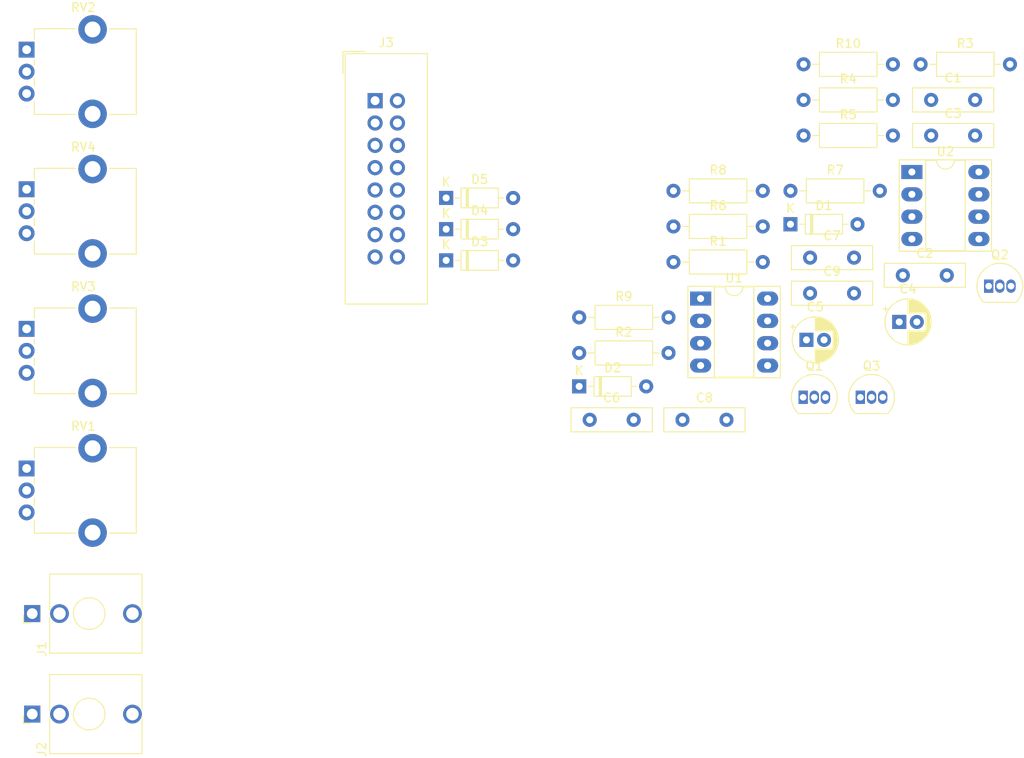
<source format=kicad_pcb>
(kicad_pcb (version 20171130) (host pcbnew "(5.1.2)-2")

  (general
    (thickness 1.6)
    (drawings 0)
    (tracks 0)
    (zones 0)
    (modules 36)
    (nets 32)
  )

  (page A4)
  (layers
    (0 F.Cu signal)
    (31 B.Cu signal)
    (32 B.Adhes user)
    (33 F.Adhes user)
    (34 B.Paste user)
    (35 F.Paste user)
    (36 B.SilkS user)
    (37 F.SilkS user)
    (38 B.Mask user)
    (39 F.Mask user)
    (40 Dwgs.User user)
    (41 Cmts.User user)
    (42 Eco1.User user)
    (43 Eco2.User user)
    (44 Edge.Cuts user)
    (45 Margin user)
    (46 B.CrtYd user)
    (47 F.CrtYd user)
    (48 B.Fab user)
    (49 F.Fab user)
  )

  (setup
    (last_trace_width 0.25)
    (trace_clearance 0.2)
    (zone_clearance 0.508)
    (zone_45_only no)
    (trace_min 0.2)
    (via_size 0.8)
    (via_drill 0.4)
    (via_min_size 0.4)
    (via_min_drill 0.3)
    (uvia_size 0.3)
    (uvia_drill 0.1)
    (uvias_allowed no)
    (uvia_min_size 0.2)
    (uvia_min_drill 0.1)
    (edge_width 0.05)
    (segment_width 0.2)
    (pcb_text_width 0.3)
    (pcb_text_size 1.5 1.5)
    (mod_edge_width 0.12)
    (mod_text_size 1 1)
    (mod_text_width 0.15)
    (pad_size 1.524 1.524)
    (pad_drill 0.762)
    (pad_to_mask_clearance 0.051)
    (solder_mask_min_width 0.25)
    (aux_axis_origin 0 0)
    (visible_elements FFFFFF7F)
    (pcbplotparams
      (layerselection 0x010fc_ffffffff)
      (usegerberextensions false)
      (usegerberattributes false)
      (usegerberadvancedattributes false)
      (creategerberjobfile false)
      (excludeedgelayer true)
      (linewidth 0.100000)
      (plotframeref false)
      (viasonmask false)
      (mode 1)
      (useauxorigin false)
      (hpglpennumber 1)
      (hpglpenspeed 20)
      (hpglpendiameter 15.000000)
      (psnegative false)
      (psa4output false)
      (plotreference true)
      (plotvalue true)
      (plotinvisibletext false)
      (padsonsilk false)
      (subtractmaskfromsilk false)
      (outputformat 1)
      (mirror false)
      (drillshape 1)
      (scaleselection 1)
      (outputdirectory ""))
  )

  (net 0 "")
  (net 1 "Net-(C1-Pad2)")
  (net 2 "Net-(C1-Pad1)")
  (net 3 "Net-(C2-Pad2)")
  (net 4 GND)
  (net 5 "Net-(C3-Pad2)")
  (net 6 -12V)
  (net 7 +12V)
  (net 8 "Net-(D1-Pad1)")
  (net 9 "Net-(D3-Pad1)")
  (net 10 "Net-(D4-Pad2)")
  (net 11 "Net-(D5-Pad1)")
  (net 12 "Net-(J1-PadT)")
  (net 13 "Net-(J2-PadT)")
  (net 14 "Net-(J3-Pad16)")
  (net 15 "Net-(J3-Pad15)")
  (net 16 "Net-(J3-Pad14)")
  (net 17 "Net-(J3-Pad13)")
  (net 18 "Net-(J3-Pad12)")
  (net 19 "Net-(J3-Pad11)")
  (net 20 "Net-(Q1-Pad1)")
  (net 21 "Net-(Q2-Pad2)")
  (net 22 "Net-(Q3-Pad1)")
  (net 23 "Net-(Q3-Pad2)")
  (net 24 "Net-(R7-Pad2)")
  (net 25 "Net-(R8-Pad2)")
  (net 26 "Net-(R8-Pad1)")
  (net 27 "Net-(R9-Pad1)")
  (net 28 "Net-(R10-Pad2)")
  (net 29 "Net-(R10-Pad1)")
  (net 30 "Net-(RV3-Pad3)")
  (net 31 "Net-(RV3-Pad2)")

  (net_class Default "This is the default net class."
    (clearance 0.2)
    (trace_width 0.25)
    (via_dia 0.8)
    (via_drill 0.4)
    (uvia_dia 0.3)
    (uvia_drill 0.1)
    (add_net +12V)
    (add_net -12V)
    (add_net GND)
    (add_net "Net-(C1-Pad1)")
    (add_net "Net-(C1-Pad2)")
    (add_net "Net-(C2-Pad2)")
    (add_net "Net-(C3-Pad2)")
    (add_net "Net-(D1-Pad1)")
    (add_net "Net-(D3-Pad1)")
    (add_net "Net-(D4-Pad2)")
    (add_net "Net-(D5-Pad1)")
    (add_net "Net-(J1-PadT)")
    (add_net "Net-(J2-PadT)")
    (add_net "Net-(J3-Pad11)")
    (add_net "Net-(J3-Pad12)")
    (add_net "Net-(J3-Pad13)")
    (add_net "Net-(J3-Pad14)")
    (add_net "Net-(J3-Pad15)")
    (add_net "Net-(J3-Pad16)")
    (add_net "Net-(Q1-Pad1)")
    (add_net "Net-(Q2-Pad2)")
    (add_net "Net-(Q3-Pad1)")
    (add_net "Net-(Q3-Pad2)")
    (add_net "Net-(R10-Pad1)")
    (add_net "Net-(R10-Pad2)")
    (add_net "Net-(R7-Pad2)")
    (add_net "Net-(R8-Pad1)")
    (add_net "Net-(R8-Pad2)")
    (add_net "Net-(R9-Pad1)")
    (add_net "Net-(RV3-Pad2)")
    (add_net "Net-(RV3-Pad3)")
  )

  (module Package_DIP:DIP-8_W7.62mm_Socket_LongPads (layer F.Cu) (tedit 5A02E8C5) (tstamp 5D760067)
    (at 154.02 62.175)
    (descr "8-lead though-hole mounted DIP package, row spacing 7.62 mm (300 mils), Socket, LongPads")
    (tags "THT DIP DIL PDIP 2.54mm 7.62mm 300mil Socket LongPads")
    (path /5D6D9833)
    (fp_text reference U2 (at 3.81 -2.33) (layer F.SilkS)
      (effects (font (size 1 1) (thickness 0.15)))
    )
    (fp_text value ICM7555 (at 3.81 9.95) (layer F.Fab)
      (effects (font (size 1 1) (thickness 0.15)))
    )
    (fp_text user %R (at 3.81 3.81) (layer F.Fab)
      (effects (font (size 1 1) (thickness 0.15)))
    )
    (fp_line (start 9.15 -1.6) (end -1.55 -1.6) (layer F.CrtYd) (width 0.05))
    (fp_line (start 9.15 9.2) (end 9.15 -1.6) (layer F.CrtYd) (width 0.05))
    (fp_line (start -1.55 9.2) (end 9.15 9.2) (layer F.CrtYd) (width 0.05))
    (fp_line (start -1.55 -1.6) (end -1.55 9.2) (layer F.CrtYd) (width 0.05))
    (fp_line (start 9.06 -1.39) (end -1.44 -1.39) (layer F.SilkS) (width 0.12))
    (fp_line (start 9.06 9.01) (end 9.06 -1.39) (layer F.SilkS) (width 0.12))
    (fp_line (start -1.44 9.01) (end 9.06 9.01) (layer F.SilkS) (width 0.12))
    (fp_line (start -1.44 -1.39) (end -1.44 9.01) (layer F.SilkS) (width 0.12))
    (fp_line (start 6.06 -1.33) (end 4.81 -1.33) (layer F.SilkS) (width 0.12))
    (fp_line (start 6.06 8.95) (end 6.06 -1.33) (layer F.SilkS) (width 0.12))
    (fp_line (start 1.56 8.95) (end 6.06 8.95) (layer F.SilkS) (width 0.12))
    (fp_line (start 1.56 -1.33) (end 1.56 8.95) (layer F.SilkS) (width 0.12))
    (fp_line (start 2.81 -1.33) (end 1.56 -1.33) (layer F.SilkS) (width 0.12))
    (fp_line (start 8.89 -1.33) (end -1.27 -1.33) (layer F.Fab) (width 0.1))
    (fp_line (start 8.89 8.95) (end 8.89 -1.33) (layer F.Fab) (width 0.1))
    (fp_line (start -1.27 8.95) (end 8.89 8.95) (layer F.Fab) (width 0.1))
    (fp_line (start -1.27 -1.33) (end -1.27 8.95) (layer F.Fab) (width 0.1))
    (fp_line (start 0.635 -0.27) (end 1.635 -1.27) (layer F.Fab) (width 0.1))
    (fp_line (start 0.635 8.89) (end 0.635 -0.27) (layer F.Fab) (width 0.1))
    (fp_line (start 6.985 8.89) (end 0.635 8.89) (layer F.Fab) (width 0.1))
    (fp_line (start 6.985 -1.27) (end 6.985 8.89) (layer F.Fab) (width 0.1))
    (fp_line (start 1.635 -1.27) (end 6.985 -1.27) (layer F.Fab) (width 0.1))
    (fp_arc (start 3.81 -1.33) (end 2.81 -1.33) (angle -180) (layer F.SilkS) (width 0.12))
    (pad 8 thru_hole oval (at 7.62 0) (size 2.4 1.6) (drill 0.8) (layers *.Cu *.Mask)
      (net 7 +12V))
    (pad 4 thru_hole oval (at 0 7.62) (size 2.4 1.6) (drill 0.8) (layers *.Cu *.Mask)
      (net 1 "Net-(C1-Pad2)"))
    (pad 7 thru_hole oval (at 7.62 2.54) (size 2.4 1.6) (drill 0.8) (layers *.Cu *.Mask)
      (net 30 "Net-(RV3-Pad3)"))
    (pad 3 thru_hole oval (at 0 5.08) (size 2.4 1.6) (drill 0.8) (layers *.Cu *.Mask)
      (net 26 "Net-(R8-Pad1)"))
    (pad 6 thru_hole oval (at 7.62 5.08) (size 2.4 1.6) (drill 0.8) (layers *.Cu *.Mask)
      (net 5 "Net-(C3-Pad2)"))
    (pad 2 thru_hole oval (at 0 2.54) (size 2.4 1.6) (drill 0.8) (layers *.Cu *.Mask)
      (net 22 "Net-(Q3-Pad1)"))
    (pad 5 thru_hole oval (at 7.62 7.62) (size 2.4 1.6) (drill 0.8) (layers *.Cu *.Mask)
      (net 3 "Net-(C2-Pad2)"))
    (pad 1 thru_hole rect (at 0 0) (size 2.4 1.6) (drill 0.8) (layers *.Cu *.Mask)
      (net 4 GND))
    (model ${KISYS3DMOD}/Package_DIP.3dshapes/DIP-8_W7.62mm_Socket.wrl
      (at (xyz 0 0 0))
      (scale (xyz 1 1 1))
      (rotate (xyz 0 0 0))
    )
  )

  (module Package_DIP:DIP-8_W7.62mm_Socket_LongPads (layer F.Cu) (tedit 5A02E8C5) (tstamp 5D760043)
    (at 129.99 76.565)
    (descr "8-lead though-hole mounted DIP package, row spacing 7.62 mm (300 mils), Socket, LongPads")
    (tags "THT DIP DIL PDIP 2.54mm 7.62mm 300mil Socket LongPads")
    (path /5D6E032F)
    (fp_text reference U1 (at 3.81 -2.33) (layer F.SilkS)
      (effects (font (size 1 1) (thickness 0.15)))
    )
    (fp_text value LM358 (at 3.81 9.95) (layer F.Fab)
      (effects (font (size 1 1) (thickness 0.15)))
    )
    (fp_text user %R (at 3.81 3.81) (layer F.Fab)
      (effects (font (size 1 1) (thickness 0.15)))
    )
    (fp_line (start 9.15 -1.6) (end -1.55 -1.6) (layer F.CrtYd) (width 0.05))
    (fp_line (start 9.15 9.2) (end 9.15 -1.6) (layer F.CrtYd) (width 0.05))
    (fp_line (start -1.55 9.2) (end 9.15 9.2) (layer F.CrtYd) (width 0.05))
    (fp_line (start -1.55 -1.6) (end -1.55 9.2) (layer F.CrtYd) (width 0.05))
    (fp_line (start 9.06 -1.39) (end -1.44 -1.39) (layer F.SilkS) (width 0.12))
    (fp_line (start 9.06 9.01) (end 9.06 -1.39) (layer F.SilkS) (width 0.12))
    (fp_line (start -1.44 9.01) (end 9.06 9.01) (layer F.SilkS) (width 0.12))
    (fp_line (start -1.44 -1.39) (end -1.44 9.01) (layer F.SilkS) (width 0.12))
    (fp_line (start 6.06 -1.33) (end 4.81 -1.33) (layer F.SilkS) (width 0.12))
    (fp_line (start 6.06 8.95) (end 6.06 -1.33) (layer F.SilkS) (width 0.12))
    (fp_line (start 1.56 8.95) (end 6.06 8.95) (layer F.SilkS) (width 0.12))
    (fp_line (start 1.56 -1.33) (end 1.56 8.95) (layer F.SilkS) (width 0.12))
    (fp_line (start 2.81 -1.33) (end 1.56 -1.33) (layer F.SilkS) (width 0.12))
    (fp_line (start 8.89 -1.33) (end -1.27 -1.33) (layer F.Fab) (width 0.1))
    (fp_line (start 8.89 8.95) (end 8.89 -1.33) (layer F.Fab) (width 0.1))
    (fp_line (start -1.27 8.95) (end 8.89 8.95) (layer F.Fab) (width 0.1))
    (fp_line (start -1.27 -1.33) (end -1.27 8.95) (layer F.Fab) (width 0.1))
    (fp_line (start 0.635 -0.27) (end 1.635 -1.27) (layer F.Fab) (width 0.1))
    (fp_line (start 0.635 8.89) (end 0.635 -0.27) (layer F.Fab) (width 0.1))
    (fp_line (start 6.985 8.89) (end 0.635 8.89) (layer F.Fab) (width 0.1))
    (fp_line (start 6.985 -1.27) (end 6.985 8.89) (layer F.Fab) (width 0.1))
    (fp_line (start 1.635 -1.27) (end 6.985 -1.27) (layer F.Fab) (width 0.1))
    (fp_arc (start 3.81 -1.33) (end 2.81 -1.33) (angle -180) (layer F.SilkS) (width 0.12))
    (pad 8 thru_hole oval (at 7.62 0) (size 2.4 1.6) (drill 0.8) (layers *.Cu *.Mask)
      (net 7 +12V))
    (pad 4 thru_hole oval (at 0 7.62) (size 2.4 1.6) (drill 0.8) (layers *.Cu *.Mask)
      (net 6 -12V))
    (pad 7 thru_hole oval (at 7.62 2.54) (size 2.4 1.6) (drill 0.8) (layers *.Cu *.Mask)
      (net 13 "Net-(J2-PadT)"))
    (pad 3 thru_hole oval (at 0 5.08) (size 2.4 1.6) (drill 0.8) (layers *.Cu *.Mask)
      (net 31 "Net-(RV3-Pad2)"))
    (pad 6 thru_hole oval (at 7.62 5.08) (size 2.4 1.6) (drill 0.8) (layers *.Cu *.Mask)
      (net 13 "Net-(J2-PadT)"))
    (pad 2 thru_hole oval (at 0 2.54) (size 2.4 1.6) (drill 0.8) (layers *.Cu *.Mask)
      (net 29 "Net-(R10-Pad1)"))
    (pad 5 thru_hole oval (at 7.62 7.62) (size 2.4 1.6) (drill 0.8) (layers *.Cu *.Mask)
      (net 5 "Net-(C3-Pad2)"))
    (pad 1 thru_hole rect (at 0 0) (size 2.4 1.6) (drill 0.8) (layers *.Cu *.Mask)
      (net 29 "Net-(R10-Pad1)"))
    (model ${KISYS3DMOD}/Package_DIP.3dshapes/DIP-8_W7.62mm_Socket.wrl
      (at (xyz 0 0 0))
      (scale (xyz 1 1 1))
      (rotate (xyz 0 0 0))
    )
  )

  (module Potentiometer_THT:Potentiometer_Alpha_RD901F-40-00D_Single_Vertical_CircularHoles (layer F.Cu) (tedit 5C6C6C48) (tstamp 5D76001F)
    (at 53.34 64.135)
    (descr "Potentiometer, vertical, 9mm, single, http://www.taiwanalpha.com.tw/downloads?target=products&id=113")
    (tags "potentiometer vertical 9mm single")
    (path /5D6E5717)
    (fp_text reference RV4 (at 6.45 -4.8 180) (layer F.SilkS)
      (effects (font (size 1 1) (thickness 0.15)))
    )
    (fp_text value Decay (at 0 10.11 180) (layer F.Fab)
      (effects (font (size 1 1) (thickness 0.15)))
    )
    (fp_line (start 0.88 4.16) (end 0.88 3.33) (layer F.SilkS) (width 0.12))
    (fp_line (start 0.88 1.71) (end 0.88 1.18) (layer F.SilkS) (width 0.12))
    (fp_line (start 0.88 -1.19) (end 0.88 -2.37) (layer F.SilkS) (width 0.12))
    (fp_line (start 0.88 7.37) (end 5.6 7.37) (layer F.SilkS) (width 0.12))
    (fp_line (start 9.41 -2.37) (end 12.47 -2.37) (layer F.SilkS) (width 0.12))
    (fp_line (start 1 7.25) (end 12.35 7.25) (layer F.Fab) (width 0.1))
    (fp_line (start 1 -2.25) (end 12.35 -2.25) (layer F.Fab) (width 0.1))
    (fp_line (start 12.35 7.25) (end 12.35 -2.25) (layer F.Fab) (width 0.1))
    (fp_line (start 1 7.25) (end 1 -2.25) (layer F.Fab) (width 0.1))
    (fp_circle (center 7.5 2.5) (end 7.5 -1) (layer F.Fab) (width 0.1))
    (fp_line (start 0.88 -2.38) (end 5.6 -2.38) (layer F.SilkS) (width 0.12))
    (fp_line (start 9.41 7.37) (end 12.47 7.37) (layer F.SilkS) (width 0.12))
    (fp_line (start 0.88 7.37) (end 0.88 5.88) (layer F.SilkS) (width 0.12))
    (fp_line (start 12.47 7.37) (end 12.47 -2.37) (layer F.SilkS) (width 0.12))
    (fp_line (start 12.6 9.17) (end 12.6 -4.17) (layer F.CrtYd) (width 0.05))
    (fp_line (start 12.6 -4.17) (end -1.15 -4.17) (layer F.CrtYd) (width 0.05))
    (fp_line (start -1.15 -4.17) (end -1.15 9.17) (layer F.CrtYd) (width 0.05))
    (fp_line (start -1.15 9.17) (end 12.6 9.17) (layer F.CrtYd) (width 0.05))
    (fp_text user %R (at 7.62 2.54) (layer F.Fab)
      (effects (font (size 1 1) (thickness 0.15)))
    )
    (pad "" thru_hole circle (at 7.5 -2.3 90) (size 3.24 3.24) (drill 1.8) (layers *.Cu *.Mask))
    (pad "" thru_hole circle (at 7.5 7.3 90) (size 3.24 3.24) (drill 1.8) (layers *.Cu *.Mask))
    (pad 3 thru_hole circle (at 0 5 90) (size 1.8 1.8) (drill 1) (layers *.Cu *.Mask)
      (net 28 "Net-(R10-Pad2)"))
    (pad 2 thru_hole circle (at 0 2.5 90) (size 1.8 1.8) (drill 1) (layers *.Cu *.Mask)
      (net 28 "Net-(R10-Pad2)"))
    (pad 1 thru_hole rect (at 0 0 90) (size 1.8 1.8) (drill 1) (layers *.Cu *.Mask)
      (net 11 "Net-(D5-Pad1)"))
    (model ${KISYS3DMOD}/Potentiometer_THT.3dshapes/Potentiometer_Alpha_RD901F-40-00D_Single_Vertical.wrl
      (at (xyz 0 0 0))
      (scale (xyz 1 1 1))
      (rotate (xyz 0 0 0))
    )
  )

  (module Potentiometer_THT:Potentiometer_Alpha_RD901F-40-00D_Single_Vertical_CircularHoles (layer F.Cu) (tedit 5C6C6C48) (tstamp 5D760003)
    (at 53.34 80.01)
    (descr "Potentiometer, vertical, 9mm, single, http://www.taiwanalpha.com.tw/downloads?target=products&id=113")
    (tags "potentiometer vertical 9mm single")
    (path /5D6DEF02)
    (fp_text reference RV3 (at 6.45 -4.8 180) (layer F.SilkS)
      (effects (font (size 1 1) (thickness 0.15)))
    )
    (fp_text value Sustain (at 0 10.11 180) (layer F.Fab)
      (effects (font (size 1 1) (thickness 0.15)))
    )
    (fp_line (start 0.88 4.16) (end 0.88 3.33) (layer F.SilkS) (width 0.12))
    (fp_line (start 0.88 1.71) (end 0.88 1.18) (layer F.SilkS) (width 0.12))
    (fp_line (start 0.88 -1.19) (end 0.88 -2.37) (layer F.SilkS) (width 0.12))
    (fp_line (start 0.88 7.37) (end 5.6 7.37) (layer F.SilkS) (width 0.12))
    (fp_line (start 9.41 -2.37) (end 12.47 -2.37) (layer F.SilkS) (width 0.12))
    (fp_line (start 1 7.25) (end 12.35 7.25) (layer F.Fab) (width 0.1))
    (fp_line (start 1 -2.25) (end 12.35 -2.25) (layer F.Fab) (width 0.1))
    (fp_line (start 12.35 7.25) (end 12.35 -2.25) (layer F.Fab) (width 0.1))
    (fp_line (start 1 7.25) (end 1 -2.25) (layer F.Fab) (width 0.1))
    (fp_circle (center 7.5 2.5) (end 7.5 -1) (layer F.Fab) (width 0.1))
    (fp_line (start 0.88 -2.38) (end 5.6 -2.38) (layer F.SilkS) (width 0.12))
    (fp_line (start 9.41 7.37) (end 12.47 7.37) (layer F.SilkS) (width 0.12))
    (fp_line (start 0.88 7.37) (end 0.88 5.88) (layer F.SilkS) (width 0.12))
    (fp_line (start 12.47 7.37) (end 12.47 -2.37) (layer F.SilkS) (width 0.12))
    (fp_line (start 12.6 9.17) (end 12.6 -4.17) (layer F.CrtYd) (width 0.05))
    (fp_line (start 12.6 -4.17) (end -1.15 -4.17) (layer F.CrtYd) (width 0.05))
    (fp_line (start -1.15 -4.17) (end -1.15 9.17) (layer F.CrtYd) (width 0.05))
    (fp_line (start -1.15 9.17) (end 12.6 9.17) (layer F.CrtYd) (width 0.05))
    (fp_text user %R (at 7.62 2.54) (layer F.Fab)
      (effects (font (size 1 1) (thickness 0.15)))
    )
    (pad "" thru_hole circle (at 7.5 -2.3 90) (size 3.24 3.24) (drill 1.8) (layers *.Cu *.Mask))
    (pad "" thru_hole circle (at 7.5 7.3 90) (size 3.24 3.24) (drill 1.8) (layers *.Cu *.Mask))
    (pad 3 thru_hole circle (at 0 5 90) (size 1.8 1.8) (drill 1) (layers *.Cu *.Mask)
      (net 30 "Net-(RV3-Pad3)"))
    (pad 2 thru_hole circle (at 0 2.5 90) (size 1.8 1.8) (drill 1) (layers *.Cu *.Mask)
      (net 31 "Net-(RV3-Pad2)"))
    (pad 1 thru_hole rect (at 0 0 90) (size 1.8 1.8) (drill 1) (layers *.Cu *.Mask)
      (net 27 "Net-(R9-Pad1)"))
    (model ${KISYS3DMOD}/Potentiometer_THT.3dshapes/Potentiometer_Alpha_RD901F-40-00D_Single_Vertical.wrl
      (at (xyz 0 0 0))
      (scale (xyz 1 1 1))
      (rotate (xyz 0 0 0))
    )
  )

  (module Potentiometer_THT:Potentiometer_Alpha_RD901F-40-00D_Single_Vertical_CircularHoles (layer F.Cu) (tedit 5C6C6C48) (tstamp 5D75FFE7)
    (at 53.34 48.26)
    (descr "Potentiometer, vertical, 9mm, single, http://www.taiwanalpha.com.tw/downloads?target=products&id=113")
    (tags "potentiometer vertical 9mm single")
    (path /5D6DEC29)
    (fp_text reference RV2 (at 6.45 -4.8 180) (layer F.SilkS)
      (effects (font (size 1 1) (thickness 0.15)))
    )
    (fp_text value Attack (at 0 10.11 180) (layer F.Fab)
      (effects (font (size 1 1) (thickness 0.15)))
    )
    (fp_line (start 0.88 4.16) (end 0.88 3.33) (layer F.SilkS) (width 0.12))
    (fp_line (start 0.88 1.71) (end 0.88 1.18) (layer F.SilkS) (width 0.12))
    (fp_line (start 0.88 -1.19) (end 0.88 -2.37) (layer F.SilkS) (width 0.12))
    (fp_line (start 0.88 7.37) (end 5.6 7.37) (layer F.SilkS) (width 0.12))
    (fp_line (start 9.41 -2.37) (end 12.47 -2.37) (layer F.SilkS) (width 0.12))
    (fp_line (start 1 7.25) (end 12.35 7.25) (layer F.Fab) (width 0.1))
    (fp_line (start 1 -2.25) (end 12.35 -2.25) (layer F.Fab) (width 0.1))
    (fp_line (start 12.35 7.25) (end 12.35 -2.25) (layer F.Fab) (width 0.1))
    (fp_line (start 1 7.25) (end 1 -2.25) (layer F.Fab) (width 0.1))
    (fp_circle (center 7.5 2.5) (end 7.5 -1) (layer F.Fab) (width 0.1))
    (fp_line (start 0.88 -2.38) (end 5.6 -2.38) (layer F.SilkS) (width 0.12))
    (fp_line (start 9.41 7.37) (end 12.47 7.37) (layer F.SilkS) (width 0.12))
    (fp_line (start 0.88 7.37) (end 0.88 5.88) (layer F.SilkS) (width 0.12))
    (fp_line (start 12.47 7.37) (end 12.47 -2.37) (layer F.SilkS) (width 0.12))
    (fp_line (start 12.6 9.17) (end 12.6 -4.17) (layer F.CrtYd) (width 0.05))
    (fp_line (start 12.6 -4.17) (end -1.15 -4.17) (layer F.CrtYd) (width 0.05))
    (fp_line (start -1.15 -4.17) (end -1.15 9.17) (layer F.CrtYd) (width 0.05))
    (fp_line (start -1.15 9.17) (end 12.6 9.17) (layer F.CrtYd) (width 0.05))
    (fp_text user %R (at 7.62 2.54) (layer F.Fab)
      (effects (font (size 1 1) (thickness 0.15)))
    )
    (pad "" thru_hole circle (at 7.5 -2.3 90) (size 3.24 3.24) (drill 1.8) (layers *.Cu *.Mask))
    (pad "" thru_hole circle (at 7.5 7.3 90) (size 3.24 3.24) (drill 1.8) (layers *.Cu *.Mask))
    (pad 3 thru_hole circle (at 0 5 90) (size 1.8 1.8) (drill 1) (layers *.Cu *.Mask)
      (net 25 "Net-(R8-Pad2)"))
    (pad 2 thru_hole circle (at 0 2.5 90) (size 1.8 1.8) (drill 1) (layers *.Cu *.Mask)
      (net 25 "Net-(R8-Pad2)"))
    (pad 1 thru_hole rect (at 0 0 90) (size 1.8 1.8) (drill 1) (layers *.Cu *.Mask)
      (net 10 "Net-(D4-Pad2)"))
    (model ${KISYS3DMOD}/Potentiometer_THT.3dshapes/Potentiometer_Alpha_RD901F-40-00D_Single_Vertical.wrl
      (at (xyz 0 0 0))
      (scale (xyz 1 1 1))
      (rotate (xyz 0 0 0))
    )
  )

  (module Potentiometer_THT:Potentiometer_Alpha_RD901F-40-00D_Single_Vertical_CircularHoles (layer F.Cu) (tedit 5C6C6C48) (tstamp 5D75FFCB)
    (at 53.34 95.885)
    (descr "Potentiometer, vertical, 9mm, single, http://www.taiwanalpha.com.tw/downloads?target=products&id=113")
    (tags "potentiometer vertical 9mm single")
    (path /5D6DE60A)
    (fp_text reference RV1 (at 6.45 -4.8 180) (layer F.SilkS)
      (effects (font (size 1 1) (thickness 0.15)))
    )
    (fp_text value Release (at 0 10.11 180) (layer F.Fab)
      (effects (font (size 1 1) (thickness 0.15)))
    )
    (fp_line (start 0.88 4.16) (end 0.88 3.33) (layer F.SilkS) (width 0.12))
    (fp_line (start 0.88 1.71) (end 0.88 1.18) (layer F.SilkS) (width 0.12))
    (fp_line (start 0.88 -1.19) (end 0.88 -2.37) (layer F.SilkS) (width 0.12))
    (fp_line (start 0.88 7.37) (end 5.6 7.37) (layer F.SilkS) (width 0.12))
    (fp_line (start 9.41 -2.37) (end 12.47 -2.37) (layer F.SilkS) (width 0.12))
    (fp_line (start 1 7.25) (end 12.35 7.25) (layer F.Fab) (width 0.1))
    (fp_line (start 1 -2.25) (end 12.35 -2.25) (layer F.Fab) (width 0.1))
    (fp_line (start 12.35 7.25) (end 12.35 -2.25) (layer F.Fab) (width 0.1))
    (fp_line (start 1 7.25) (end 1 -2.25) (layer F.Fab) (width 0.1))
    (fp_circle (center 7.5 2.5) (end 7.5 -1) (layer F.Fab) (width 0.1))
    (fp_line (start 0.88 -2.38) (end 5.6 -2.38) (layer F.SilkS) (width 0.12))
    (fp_line (start 9.41 7.37) (end 12.47 7.37) (layer F.SilkS) (width 0.12))
    (fp_line (start 0.88 7.37) (end 0.88 5.88) (layer F.SilkS) (width 0.12))
    (fp_line (start 12.47 7.37) (end 12.47 -2.37) (layer F.SilkS) (width 0.12))
    (fp_line (start 12.6 9.17) (end 12.6 -4.17) (layer F.CrtYd) (width 0.05))
    (fp_line (start 12.6 -4.17) (end -1.15 -4.17) (layer F.CrtYd) (width 0.05))
    (fp_line (start -1.15 -4.17) (end -1.15 9.17) (layer F.CrtYd) (width 0.05))
    (fp_line (start -1.15 9.17) (end 12.6 9.17) (layer F.CrtYd) (width 0.05))
    (fp_text user %R (at 7.62 2.54) (layer F.Fab)
      (effects (font (size 1 1) (thickness 0.15)))
    )
    (pad "" thru_hole circle (at 7.5 -2.3 90) (size 3.24 3.24) (drill 1.8) (layers *.Cu *.Mask))
    (pad "" thru_hole circle (at 7.5 7.3 90) (size 3.24 3.24) (drill 1.8) (layers *.Cu *.Mask))
    (pad 3 thru_hole circle (at 0 5 90) (size 1.8 1.8) (drill 1) (layers *.Cu *.Mask)
      (net 24 "Net-(R7-Pad2)"))
    (pad 2 thru_hole circle (at 0 2.5 90) (size 1.8 1.8) (drill 1) (layers *.Cu *.Mask)
      (net 24 "Net-(R7-Pad2)"))
    (pad 1 thru_hole rect (at 0 0 90) (size 1.8 1.8) (drill 1) (layers *.Cu *.Mask)
      (net 9 "Net-(D3-Pad1)"))
    (model ${KISYS3DMOD}/Potentiometer_THT.3dshapes/Potentiometer_Alpha_RD901F-40-00D_Single_Vertical.wrl
      (at (xyz 0 0 0))
      (scale (xyz 1 1 1))
      (rotate (xyz 0 0 0))
    )
  )

  (module Resistor_THT:R_Axial_DIN0207_L6.3mm_D2.5mm_P10.16mm_Horizontal (layer F.Cu) (tedit 5AE5139B) (tstamp 5D75FFAF)
    (at 141.7 49.925)
    (descr "Resistor, Axial_DIN0207 series, Axial, Horizontal, pin pitch=10.16mm, 0.25W = 1/4W, length*diameter=6.3*2.5mm^2, http://cdn-reichelt.de/documents/datenblatt/B400/1_4W%23YAG.pdf")
    (tags "Resistor Axial_DIN0207 series Axial Horizontal pin pitch 10.16mm 0.25W = 1/4W length 6.3mm diameter 2.5mm")
    (path /5D6E524C)
    (fp_text reference R10 (at 5.08 -2.37) (layer F.SilkS)
      (effects (font (size 1 1) (thickness 0.15)))
    )
    (fp_text value R (at 5.08 2.37) (layer F.Fab)
      (effects (font (size 1 1) (thickness 0.15)))
    )
    (fp_text user %R (at 5.08 0) (layer F.Fab)
      (effects (font (size 1 1) (thickness 0.15)))
    )
    (fp_line (start 11.21 -1.5) (end -1.05 -1.5) (layer F.CrtYd) (width 0.05))
    (fp_line (start 11.21 1.5) (end 11.21 -1.5) (layer F.CrtYd) (width 0.05))
    (fp_line (start -1.05 1.5) (end 11.21 1.5) (layer F.CrtYd) (width 0.05))
    (fp_line (start -1.05 -1.5) (end -1.05 1.5) (layer F.CrtYd) (width 0.05))
    (fp_line (start 9.12 0) (end 8.35 0) (layer F.SilkS) (width 0.12))
    (fp_line (start 1.04 0) (end 1.81 0) (layer F.SilkS) (width 0.12))
    (fp_line (start 8.35 -1.37) (end 1.81 -1.37) (layer F.SilkS) (width 0.12))
    (fp_line (start 8.35 1.37) (end 8.35 -1.37) (layer F.SilkS) (width 0.12))
    (fp_line (start 1.81 1.37) (end 8.35 1.37) (layer F.SilkS) (width 0.12))
    (fp_line (start 1.81 -1.37) (end 1.81 1.37) (layer F.SilkS) (width 0.12))
    (fp_line (start 10.16 0) (end 8.23 0) (layer F.Fab) (width 0.1))
    (fp_line (start 0 0) (end 1.93 0) (layer F.Fab) (width 0.1))
    (fp_line (start 8.23 -1.25) (end 1.93 -1.25) (layer F.Fab) (width 0.1))
    (fp_line (start 8.23 1.25) (end 8.23 -1.25) (layer F.Fab) (width 0.1))
    (fp_line (start 1.93 1.25) (end 8.23 1.25) (layer F.Fab) (width 0.1))
    (fp_line (start 1.93 -1.25) (end 1.93 1.25) (layer F.Fab) (width 0.1))
    (pad 2 thru_hole oval (at 10.16 0) (size 1.6 1.6) (drill 0.8) (layers *.Cu *.Mask)
      (net 28 "Net-(R10-Pad2)"))
    (pad 1 thru_hole circle (at 0 0) (size 1.6 1.6) (drill 0.8) (layers *.Cu *.Mask)
      (net 29 "Net-(R10-Pad1)"))
    (model ${KISYS3DMOD}/Resistor_THT.3dshapes/R_Axial_DIN0207_L6.3mm_D2.5mm_P10.16mm_Horizontal.wrl
      (at (xyz 0 0 0))
      (scale (xyz 1 1 1))
      (rotate (xyz 0 0 0))
    )
  )

  (module Resistor_THT:R_Axial_DIN0207_L6.3mm_D2.5mm_P10.16mm_Horizontal (layer F.Cu) (tedit 5AE5139B) (tstamp 5D75FF98)
    (at 116.18 78.705)
    (descr "Resistor, Axial_DIN0207 series, Axial, Horizontal, pin pitch=10.16mm, 0.25W = 1/4W, length*diameter=6.3*2.5mm^2, http://cdn-reichelt.de/documents/datenblatt/B400/1_4W%23YAG.pdf")
    (tags "Resistor Axial_DIN0207 series Axial Horizontal pin pitch 10.16mm 0.25W = 1/4W length 6.3mm diameter 2.5mm")
    (path /5D6DF7D7)
    (fp_text reference R9 (at 5.08 -2.37) (layer F.SilkS)
      (effects (font (size 1 1) (thickness 0.15)))
    )
    (fp_text value R (at 5.08 2.37) (layer F.Fab)
      (effects (font (size 1 1) (thickness 0.15)))
    )
    (fp_text user %R (at 5.08 0) (layer F.Fab)
      (effects (font (size 1 1) (thickness 0.15)))
    )
    (fp_line (start 11.21 -1.5) (end -1.05 -1.5) (layer F.CrtYd) (width 0.05))
    (fp_line (start 11.21 1.5) (end 11.21 -1.5) (layer F.CrtYd) (width 0.05))
    (fp_line (start -1.05 1.5) (end 11.21 1.5) (layer F.CrtYd) (width 0.05))
    (fp_line (start -1.05 -1.5) (end -1.05 1.5) (layer F.CrtYd) (width 0.05))
    (fp_line (start 9.12 0) (end 8.35 0) (layer F.SilkS) (width 0.12))
    (fp_line (start 1.04 0) (end 1.81 0) (layer F.SilkS) (width 0.12))
    (fp_line (start 8.35 -1.37) (end 1.81 -1.37) (layer F.SilkS) (width 0.12))
    (fp_line (start 8.35 1.37) (end 8.35 -1.37) (layer F.SilkS) (width 0.12))
    (fp_line (start 1.81 1.37) (end 8.35 1.37) (layer F.SilkS) (width 0.12))
    (fp_line (start 1.81 -1.37) (end 1.81 1.37) (layer F.SilkS) (width 0.12))
    (fp_line (start 10.16 0) (end 8.23 0) (layer F.Fab) (width 0.1))
    (fp_line (start 0 0) (end 1.93 0) (layer F.Fab) (width 0.1))
    (fp_line (start 8.23 -1.25) (end 1.93 -1.25) (layer F.Fab) (width 0.1))
    (fp_line (start 8.23 1.25) (end 8.23 -1.25) (layer F.Fab) (width 0.1))
    (fp_line (start 1.93 1.25) (end 8.23 1.25) (layer F.Fab) (width 0.1))
    (fp_line (start 1.93 -1.25) (end 1.93 1.25) (layer F.Fab) (width 0.1))
    (pad 2 thru_hole oval (at 10.16 0) (size 1.6 1.6) (drill 0.8) (layers *.Cu *.Mask)
      (net 7 +12V))
    (pad 1 thru_hole circle (at 0 0) (size 1.6 1.6) (drill 0.8) (layers *.Cu *.Mask)
      (net 27 "Net-(R9-Pad1)"))
    (model ${KISYS3DMOD}/Resistor_THT.3dshapes/R_Axial_DIN0207_L6.3mm_D2.5mm_P10.16mm_Horizontal.wrl
      (at (xyz 0 0 0))
      (scale (xyz 1 1 1))
      (rotate (xyz 0 0 0))
    )
  )

  (module Resistor_THT:R_Axial_DIN0207_L6.3mm_D2.5mm_P10.16mm_Horizontal (layer F.Cu) (tedit 5AE5139B) (tstamp 5D75FF81)
    (at 126.9 64.315)
    (descr "Resistor, Axial_DIN0207 series, Axial, Horizontal, pin pitch=10.16mm, 0.25W = 1/4W, length*diameter=6.3*2.5mm^2, http://cdn-reichelt.de/documents/datenblatt/B400/1_4W%23YAG.pdf")
    (tags "Resistor Axial_DIN0207 series Axial Horizontal pin pitch 10.16mm 0.25W = 1/4W length 6.3mm diameter 2.5mm")
    (path /5D6DBC90)
    (fp_text reference R8 (at 5.08 -2.37) (layer F.SilkS)
      (effects (font (size 1 1) (thickness 0.15)))
    )
    (fp_text value R (at 5.08 2.37) (layer F.Fab)
      (effects (font (size 1 1) (thickness 0.15)))
    )
    (fp_text user %R (at 5.08 0) (layer F.Fab)
      (effects (font (size 1 1) (thickness 0.15)))
    )
    (fp_line (start 11.21 -1.5) (end -1.05 -1.5) (layer F.CrtYd) (width 0.05))
    (fp_line (start 11.21 1.5) (end 11.21 -1.5) (layer F.CrtYd) (width 0.05))
    (fp_line (start -1.05 1.5) (end 11.21 1.5) (layer F.CrtYd) (width 0.05))
    (fp_line (start -1.05 -1.5) (end -1.05 1.5) (layer F.CrtYd) (width 0.05))
    (fp_line (start 9.12 0) (end 8.35 0) (layer F.SilkS) (width 0.12))
    (fp_line (start 1.04 0) (end 1.81 0) (layer F.SilkS) (width 0.12))
    (fp_line (start 8.35 -1.37) (end 1.81 -1.37) (layer F.SilkS) (width 0.12))
    (fp_line (start 8.35 1.37) (end 8.35 -1.37) (layer F.SilkS) (width 0.12))
    (fp_line (start 1.81 1.37) (end 8.35 1.37) (layer F.SilkS) (width 0.12))
    (fp_line (start 1.81 -1.37) (end 1.81 1.37) (layer F.SilkS) (width 0.12))
    (fp_line (start 10.16 0) (end 8.23 0) (layer F.Fab) (width 0.1))
    (fp_line (start 0 0) (end 1.93 0) (layer F.Fab) (width 0.1))
    (fp_line (start 8.23 -1.25) (end 1.93 -1.25) (layer F.Fab) (width 0.1))
    (fp_line (start 8.23 1.25) (end 8.23 -1.25) (layer F.Fab) (width 0.1))
    (fp_line (start 1.93 1.25) (end 8.23 1.25) (layer F.Fab) (width 0.1))
    (fp_line (start 1.93 -1.25) (end 1.93 1.25) (layer F.Fab) (width 0.1))
    (pad 2 thru_hole oval (at 10.16 0) (size 1.6 1.6) (drill 0.8) (layers *.Cu *.Mask)
      (net 25 "Net-(R8-Pad2)"))
    (pad 1 thru_hole circle (at 0 0) (size 1.6 1.6) (drill 0.8) (layers *.Cu *.Mask)
      (net 26 "Net-(R8-Pad1)"))
    (model ${KISYS3DMOD}/Resistor_THT.3dshapes/R_Axial_DIN0207_L6.3mm_D2.5mm_P10.16mm_Horizontal.wrl
      (at (xyz 0 0 0))
      (scale (xyz 1 1 1))
      (rotate (xyz 0 0 0))
    )
  )

  (module Resistor_THT:R_Axial_DIN0207_L6.3mm_D2.5mm_P10.16mm_Horizontal (layer F.Cu) (tedit 5AE5139B) (tstamp 5D75FF6A)
    (at 140.21 64.315)
    (descr "Resistor, Axial_DIN0207 series, Axial, Horizontal, pin pitch=10.16mm, 0.25W = 1/4W, length*diameter=6.3*2.5mm^2, http://cdn-reichelt.de/documents/datenblatt/B400/1_4W%23YAG.pdf")
    (tags "Resistor Axial_DIN0207 series Axial Horizontal pin pitch 10.16mm 0.25W = 1/4W length 6.3mm diameter 2.5mm")
    (path /5D6DB7DB)
    (fp_text reference R7 (at 5.08 -2.37) (layer F.SilkS)
      (effects (font (size 1 1) (thickness 0.15)))
    )
    (fp_text value R (at 5.08 2.37) (layer F.Fab)
      (effects (font (size 1 1) (thickness 0.15)))
    )
    (fp_text user %R (at 5.08 0) (layer F.Fab)
      (effects (font (size 1 1) (thickness 0.15)))
    )
    (fp_line (start 11.21 -1.5) (end -1.05 -1.5) (layer F.CrtYd) (width 0.05))
    (fp_line (start 11.21 1.5) (end 11.21 -1.5) (layer F.CrtYd) (width 0.05))
    (fp_line (start -1.05 1.5) (end 11.21 1.5) (layer F.CrtYd) (width 0.05))
    (fp_line (start -1.05 -1.5) (end -1.05 1.5) (layer F.CrtYd) (width 0.05))
    (fp_line (start 9.12 0) (end 8.35 0) (layer F.SilkS) (width 0.12))
    (fp_line (start 1.04 0) (end 1.81 0) (layer F.SilkS) (width 0.12))
    (fp_line (start 8.35 -1.37) (end 1.81 -1.37) (layer F.SilkS) (width 0.12))
    (fp_line (start 8.35 1.37) (end 8.35 -1.37) (layer F.SilkS) (width 0.12))
    (fp_line (start 1.81 1.37) (end 8.35 1.37) (layer F.SilkS) (width 0.12))
    (fp_line (start 1.81 -1.37) (end 1.81 1.37) (layer F.SilkS) (width 0.12))
    (fp_line (start 10.16 0) (end 8.23 0) (layer F.Fab) (width 0.1))
    (fp_line (start 0 0) (end 1.93 0) (layer F.Fab) (width 0.1))
    (fp_line (start 8.23 -1.25) (end 1.93 -1.25) (layer F.Fab) (width 0.1))
    (fp_line (start 8.23 1.25) (end 8.23 -1.25) (layer F.Fab) (width 0.1))
    (fp_line (start 1.93 1.25) (end 8.23 1.25) (layer F.Fab) (width 0.1))
    (fp_line (start 1.93 -1.25) (end 1.93 1.25) (layer F.Fab) (width 0.1))
    (pad 2 thru_hole oval (at 10.16 0) (size 1.6 1.6) (drill 0.8) (layers *.Cu *.Mask)
      (net 24 "Net-(R7-Pad2)"))
    (pad 1 thru_hole circle (at 0 0) (size 1.6 1.6) (drill 0.8) (layers *.Cu *.Mask)
      (net 1 "Net-(C1-Pad2)"))
    (model ${KISYS3DMOD}/Resistor_THT.3dshapes/R_Axial_DIN0207_L6.3mm_D2.5mm_P10.16mm_Horizontal.wrl
      (at (xyz 0 0 0))
      (scale (xyz 1 1 1))
      (rotate (xyz 0 0 0))
    )
  )

  (module Resistor_THT:R_Axial_DIN0207_L6.3mm_D2.5mm_P10.16mm_Horizontal (layer F.Cu) (tedit 5AE5139B) (tstamp 5D75FF53)
    (at 126.9 68.365)
    (descr "Resistor, Axial_DIN0207 series, Axial, Horizontal, pin pitch=10.16mm, 0.25W = 1/4W, length*diameter=6.3*2.5mm^2, http://cdn-reichelt.de/documents/datenblatt/B400/1_4W%23YAG.pdf")
    (tags "Resistor Axial_DIN0207 series Axial Horizontal pin pitch 10.16mm 0.25W = 1/4W length 6.3mm diameter 2.5mm")
    (path /5D6D9415)
    (fp_text reference R6 (at 5.08 -2.37) (layer F.SilkS)
      (effects (font (size 1 1) (thickness 0.15)))
    )
    (fp_text value R (at 5.08 2.37) (layer F.Fab)
      (effects (font (size 1 1) (thickness 0.15)))
    )
    (fp_text user %R (at 5.08 0) (layer F.Fab)
      (effects (font (size 1 1) (thickness 0.15)))
    )
    (fp_line (start 11.21 -1.5) (end -1.05 -1.5) (layer F.CrtYd) (width 0.05))
    (fp_line (start 11.21 1.5) (end 11.21 -1.5) (layer F.CrtYd) (width 0.05))
    (fp_line (start -1.05 1.5) (end 11.21 1.5) (layer F.CrtYd) (width 0.05))
    (fp_line (start -1.05 -1.5) (end -1.05 1.5) (layer F.CrtYd) (width 0.05))
    (fp_line (start 9.12 0) (end 8.35 0) (layer F.SilkS) (width 0.12))
    (fp_line (start 1.04 0) (end 1.81 0) (layer F.SilkS) (width 0.12))
    (fp_line (start 8.35 -1.37) (end 1.81 -1.37) (layer F.SilkS) (width 0.12))
    (fp_line (start 8.35 1.37) (end 8.35 -1.37) (layer F.SilkS) (width 0.12))
    (fp_line (start 1.81 1.37) (end 8.35 1.37) (layer F.SilkS) (width 0.12))
    (fp_line (start 1.81 -1.37) (end 1.81 1.37) (layer F.SilkS) (width 0.12))
    (fp_line (start 10.16 0) (end 8.23 0) (layer F.Fab) (width 0.1))
    (fp_line (start 0 0) (end 1.93 0) (layer F.Fab) (width 0.1))
    (fp_line (start 8.23 -1.25) (end 1.93 -1.25) (layer F.Fab) (width 0.1))
    (fp_line (start 8.23 1.25) (end 8.23 -1.25) (layer F.Fab) (width 0.1))
    (fp_line (start 1.93 1.25) (end 8.23 1.25) (layer F.Fab) (width 0.1))
    (fp_line (start 1.93 -1.25) (end 1.93 1.25) (layer F.Fab) (width 0.1))
    (pad 2 thru_hole oval (at 10.16 0) (size 1.6 1.6) (drill 0.8) (layers *.Cu *.Mask)
      (net 7 +12V))
    (pad 1 thru_hole circle (at 0 0) (size 1.6 1.6) (drill 0.8) (layers *.Cu *.Mask)
      (net 22 "Net-(Q3-Pad1)"))
    (model ${KISYS3DMOD}/Resistor_THT.3dshapes/R_Axial_DIN0207_L6.3mm_D2.5mm_P10.16mm_Horizontal.wrl
      (at (xyz 0 0 0))
      (scale (xyz 1 1 1))
      (rotate (xyz 0 0 0))
    )
  )

  (module Resistor_THT:R_Axial_DIN0207_L6.3mm_D2.5mm_P10.16mm_Horizontal (layer F.Cu) (tedit 5AE5139B) (tstamp 5D75FF3C)
    (at 141.7 58.025)
    (descr "Resistor, Axial_DIN0207 series, Axial, Horizontal, pin pitch=10.16mm, 0.25W = 1/4W, length*diameter=6.3*2.5mm^2, http://cdn-reichelt.de/documents/datenblatt/B400/1_4W%23YAG.pdf")
    (tags "Resistor Axial_DIN0207 series Axial Horizontal pin pitch 10.16mm 0.25W = 1/4W length 6.3mm diameter 2.5mm")
    (path /5D6D8BD6)
    (fp_text reference R5 (at 5.08 -2.37) (layer F.SilkS)
      (effects (font (size 1 1) (thickness 0.15)))
    )
    (fp_text value R (at 5.08 2.37) (layer F.Fab)
      (effects (font (size 1 1) (thickness 0.15)))
    )
    (fp_text user %R (at 5.08 0) (layer F.Fab)
      (effects (font (size 1 1) (thickness 0.15)))
    )
    (fp_line (start 11.21 -1.5) (end -1.05 -1.5) (layer F.CrtYd) (width 0.05))
    (fp_line (start 11.21 1.5) (end 11.21 -1.5) (layer F.CrtYd) (width 0.05))
    (fp_line (start -1.05 1.5) (end 11.21 1.5) (layer F.CrtYd) (width 0.05))
    (fp_line (start -1.05 -1.5) (end -1.05 1.5) (layer F.CrtYd) (width 0.05))
    (fp_line (start 9.12 0) (end 8.35 0) (layer F.SilkS) (width 0.12))
    (fp_line (start 1.04 0) (end 1.81 0) (layer F.SilkS) (width 0.12))
    (fp_line (start 8.35 -1.37) (end 1.81 -1.37) (layer F.SilkS) (width 0.12))
    (fp_line (start 8.35 1.37) (end 8.35 -1.37) (layer F.SilkS) (width 0.12))
    (fp_line (start 1.81 1.37) (end 8.35 1.37) (layer F.SilkS) (width 0.12))
    (fp_line (start 1.81 -1.37) (end 1.81 1.37) (layer F.SilkS) (width 0.12))
    (fp_line (start 10.16 0) (end 8.23 0) (layer F.Fab) (width 0.1))
    (fp_line (start 0 0) (end 1.93 0) (layer F.Fab) (width 0.1))
    (fp_line (start 8.23 -1.25) (end 1.93 -1.25) (layer F.Fab) (width 0.1))
    (fp_line (start 8.23 1.25) (end 8.23 -1.25) (layer F.Fab) (width 0.1))
    (fp_line (start 1.93 1.25) (end 8.23 1.25) (layer F.Fab) (width 0.1))
    (fp_line (start 1.93 -1.25) (end 1.93 1.25) (layer F.Fab) (width 0.1))
    (pad 2 thru_hole oval (at 10.16 0) (size 1.6 1.6) (drill 0.8) (layers *.Cu *.Mask)
      (net 2 "Net-(C1-Pad1)"))
    (pad 1 thru_hole circle (at 0 0) (size 1.6 1.6) (drill 0.8) (layers *.Cu *.Mask)
      (net 23 "Net-(Q3-Pad2)"))
    (model ${KISYS3DMOD}/Resistor_THT.3dshapes/R_Axial_DIN0207_L6.3mm_D2.5mm_P10.16mm_Horizontal.wrl
      (at (xyz 0 0 0))
      (scale (xyz 1 1 1))
      (rotate (xyz 0 0 0))
    )
  )

  (module Resistor_THT:R_Axial_DIN0207_L6.3mm_D2.5mm_P10.16mm_Horizontal (layer F.Cu) (tedit 5AE5139B) (tstamp 5D75FF25)
    (at 141.7 53.975)
    (descr "Resistor, Axial_DIN0207 series, Axial, Horizontal, pin pitch=10.16mm, 0.25W = 1/4W, length*diameter=6.3*2.5mm^2, http://cdn-reichelt.de/documents/datenblatt/B400/1_4W%23YAG.pdf")
    (tags "Resistor Axial_DIN0207 series Axial Horizontal pin pitch 10.16mm 0.25W = 1/4W length 6.3mm diameter 2.5mm")
    (path /5D6D7AD3)
    (fp_text reference R4 (at 5.08 -2.37) (layer F.SilkS)
      (effects (font (size 1 1) (thickness 0.15)))
    )
    (fp_text value R (at 5.08 2.37) (layer F.Fab)
      (effects (font (size 1 1) (thickness 0.15)))
    )
    (fp_text user %R (at 5.08 0) (layer F.Fab)
      (effects (font (size 1 1) (thickness 0.15)))
    )
    (fp_line (start 11.21 -1.5) (end -1.05 -1.5) (layer F.CrtYd) (width 0.05))
    (fp_line (start 11.21 1.5) (end 11.21 -1.5) (layer F.CrtYd) (width 0.05))
    (fp_line (start -1.05 1.5) (end 11.21 1.5) (layer F.CrtYd) (width 0.05))
    (fp_line (start -1.05 -1.5) (end -1.05 1.5) (layer F.CrtYd) (width 0.05))
    (fp_line (start 9.12 0) (end 8.35 0) (layer F.SilkS) (width 0.12))
    (fp_line (start 1.04 0) (end 1.81 0) (layer F.SilkS) (width 0.12))
    (fp_line (start 8.35 -1.37) (end 1.81 -1.37) (layer F.SilkS) (width 0.12))
    (fp_line (start 8.35 1.37) (end 8.35 -1.37) (layer F.SilkS) (width 0.12))
    (fp_line (start 1.81 1.37) (end 8.35 1.37) (layer F.SilkS) (width 0.12))
    (fp_line (start 1.81 -1.37) (end 1.81 1.37) (layer F.SilkS) (width 0.12))
    (fp_line (start 10.16 0) (end 8.23 0) (layer F.Fab) (width 0.1))
    (fp_line (start 0 0) (end 1.93 0) (layer F.Fab) (width 0.1))
    (fp_line (start 8.23 -1.25) (end 1.93 -1.25) (layer F.Fab) (width 0.1))
    (fp_line (start 8.23 1.25) (end 8.23 -1.25) (layer F.Fab) (width 0.1))
    (fp_line (start 1.93 1.25) (end 8.23 1.25) (layer F.Fab) (width 0.1))
    (fp_line (start 1.93 -1.25) (end 1.93 1.25) (layer F.Fab) (width 0.1))
    (pad 2 thru_hole oval (at 10.16 0) (size 1.6 1.6) (drill 0.8) (layers *.Cu *.Mask)
      (net 7 +12V))
    (pad 1 thru_hole circle (at 0 0) (size 1.6 1.6) (drill 0.8) (layers *.Cu *.Mask)
      (net 1 "Net-(C1-Pad2)"))
    (model ${KISYS3DMOD}/Resistor_THT.3dshapes/R_Axial_DIN0207_L6.3mm_D2.5mm_P10.16mm_Horizontal.wrl
      (at (xyz 0 0 0))
      (scale (xyz 1 1 1))
      (rotate (xyz 0 0 0))
    )
  )

  (module Resistor_THT:R_Axial_DIN0207_L6.3mm_D2.5mm_P10.16mm_Horizontal (layer F.Cu) (tedit 5AE5139B) (tstamp 5D75FF0E)
    (at 155.01 49.925)
    (descr "Resistor, Axial_DIN0207 series, Axial, Horizontal, pin pitch=10.16mm, 0.25W = 1/4W, length*diameter=6.3*2.5mm^2, http://cdn-reichelt.de/documents/datenblatt/B400/1_4W%23YAG.pdf")
    (tags "Resistor Axial_DIN0207 series Axial Horizontal pin pitch 10.16mm 0.25W = 1/4W length 6.3mm diameter 2.5mm")
    (path /5D6D6DC8)
    (fp_text reference R3 (at 5.08 -2.37) (layer F.SilkS)
      (effects (font (size 1 1) (thickness 0.15)))
    )
    (fp_text value R (at 5.08 2.37) (layer F.Fab)
      (effects (font (size 1 1) (thickness 0.15)))
    )
    (fp_text user %R (at 5.08 0) (layer F.Fab)
      (effects (font (size 1 1) (thickness 0.15)))
    )
    (fp_line (start 11.21 -1.5) (end -1.05 -1.5) (layer F.CrtYd) (width 0.05))
    (fp_line (start 11.21 1.5) (end 11.21 -1.5) (layer F.CrtYd) (width 0.05))
    (fp_line (start -1.05 1.5) (end 11.21 1.5) (layer F.CrtYd) (width 0.05))
    (fp_line (start -1.05 -1.5) (end -1.05 1.5) (layer F.CrtYd) (width 0.05))
    (fp_line (start 9.12 0) (end 8.35 0) (layer F.SilkS) (width 0.12))
    (fp_line (start 1.04 0) (end 1.81 0) (layer F.SilkS) (width 0.12))
    (fp_line (start 8.35 -1.37) (end 1.81 -1.37) (layer F.SilkS) (width 0.12))
    (fp_line (start 8.35 1.37) (end 8.35 -1.37) (layer F.SilkS) (width 0.12))
    (fp_line (start 1.81 1.37) (end 8.35 1.37) (layer F.SilkS) (width 0.12))
    (fp_line (start 1.81 -1.37) (end 1.81 1.37) (layer F.SilkS) (width 0.12))
    (fp_line (start 10.16 0) (end 8.23 0) (layer F.Fab) (width 0.1))
    (fp_line (start 0 0) (end 1.93 0) (layer F.Fab) (width 0.1))
    (fp_line (start 8.23 -1.25) (end 1.93 -1.25) (layer F.Fab) (width 0.1))
    (fp_line (start 8.23 1.25) (end 8.23 -1.25) (layer F.Fab) (width 0.1))
    (fp_line (start 1.93 1.25) (end 8.23 1.25) (layer F.Fab) (width 0.1))
    (fp_line (start 1.93 -1.25) (end 1.93 1.25) (layer F.Fab) (width 0.1))
    (pad 2 thru_hole oval (at 10.16 0) (size 1.6 1.6) (drill 0.8) (layers *.Cu *.Mask)
      (net 20 "Net-(Q1-Pad1)"))
    (pad 1 thru_hole circle (at 0 0) (size 1.6 1.6) (drill 0.8) (layers *.Cu *.Mask)
      (net 21 "Net-(Q2-Pad2)"))
    (model ${KISYS3DMOD}/Resistor_THT.3dshapes/R_Axial_DIN0207_L6.3mm_D2.5mm_P10.16mm_Horizontal.wrl
      (at (xyz 0 0 0))
      (scale (xyz 1 1 1))
      (rotate (xyz 0 0 0))
    )
  )

  (module Resistor_THT:R_Axial_DIN0207_L6.3mm_D2.5mm_P10.16mm_Horizontal (layer F.Cu) (tedit 5AE5139B) (tstamp 5D75FEF7)
    (at 116.18 82.755)
    (descr "Resistor, Axial_DIN0207 series, Axial, Horizontal, pin pitch=10.16mm, 0.25W = 1/4W, length*diameter=6.3*2.5mm^2, http://cdn-reichelt.de/documents/datenblatt/B400/1_4W%23YAG.pdf")
    (tags "Resistor Axial_DIN0207 series Axial Horizontal pin pitch 10.16mm 0.25W = 1/4W length 6.3mm diameter 2.5mm")
    (path /5D6D6AFC)
    (fp_text reference R2 (at 5.08 -2.37) (layer F.SilkS)
      (effects (font (size 1 1) (thickness 0.15)))
    )
    (fp_text value R (at 5.08 2.37) (layer F.Fab)
      (effects (font (size 1 1) (thickness 0.15)))
    )
    (fp_text user %R (at 5.08 0) (layer F.Fab)
      (effects (font (size 1 1) (thickness 0.15)))
    )
    (fp_line (start 11.21 -1.5) (end -1.05 -1.5) (layer F.CrtYd) (width 0.05))
    (fp_line (start 11.21 1.5) (end 11.21 -1.5) (layer F.CrtYd) (width 0.05))
    (fp_line (start -1.05 1.5) (end 11.21 1.5) (layer F.CrtYd) (width 0.05))
    (fp_line (start -1.05 -1.5) (end -1.05 1.5) (layer F.CrtYd) (width 0.05))
    (fp_line (start 9.12 0) (end 8.35 0) (layer F.SilkS) (width 0.12))
    (fp_line (start 1.04 0) (end 1.81 0) (layer F.SilkS) (width 0.12))
    (fp_line (start 8.35 -1.37) (end 1.81 -1.37) (layer F.SilkS) (width 0.12))
    (fp_line (start 8.35 1.37) (end 8.35 -1.37) (layer F.SilkS) (width 0.12))
    (fp_line (start 1.81 1.37) (end 8.35 1.37) (layer F.SilkS) (width 0.12))
    (fp_line (start 1.81 -1.37) (end 1.81 1.37) (layer F.SilkS) (width 0.12))
    (fp_line (start 10.16 0) (end 8.23 0) (layer F.Fab) (width 0.1))
    (fp_line (start 0 0) (end 1.93 0) (layer F.Fab) (width 0.1))
    (fp_line (start 8.23 -1.25) (end 1.93 -1.25) (layer F.Fab) (width 0.1))
    (fp_line (start 8.23 1.25) (end 8.23 -1.25) (layer F.Fab) (width 0.1))
    (fp_line (start 1.93 1.25) (end 8.23 1.25) (layer F.Fab) (width 0.1))
    (fp_line (start 1.93 -1.25) (end 1.93 1.25) (layer F.Fab) (width 0.1))
    (pad 2 thru_hole oval (at 10.16 0) (size 1.6 1.6) (drill 0.8) (layers *.Cu *.Mask)
      (net 7 +12V))
    (pad 1 thru_hole circle (at 0 0) (size 1.6 1.6) (drill 0.8) (layers *.Cu *.Mask)
      (net 20 "Net-(Q1-Pad1)"))
    (model ${KISYS3DMOD}/Resistor_THT.3dshapes/R_Axial_DIN0207_L6.3mm_D2.5mm_P10.16mm_Horizontal.wrl
      (at (xyz 0 0 0))
      (scale (xyz 1 1 1))
      (rotate (xyz 0 0 0))
    )
  )

  (module Resistor_THT:R_Axial_DIN0207_L6.3mm_D2.5mm_P10.16mm_Horizontal (layer F.Cu) (tedit 5AE5139B) (tstamp 5D75FEE0)
    (at 126.9 72.415)
    (descr "Resistor, Axial_DIN0207 series, Axial, Horizontal, pin pitch=10.16mm, 0.25W = 1/4W, length*diameter=6.3*2.5mm^2, http://cdn-reichelt.de/documents/datenblatt/B400/1_4W%23YAG.pdf")
    (tags "Resistor Axial_DIN0207 series Axial Horizontal pin pitch 10.16mm 0.25W = 1/4W length 6.3mm diameter 2.5mm")
    (path /5D6D5036)
    (fp_text reference R1 (at 5.08 -2.37) (layer F.SilkS)
      (effects (font (size 1 1) (thickness 0.15)))
    )
    (fp_text value R (at 5.08 2.37) (layer F.Fab)
      (effects (font (size 1 1) (thickness 0.15)))
    )
    (fp_text user %R (at 5.08 0) (layer F.Fab)
      (effects (font (size 1 1) (thickness 0.15)))
    )
    (fp_line (start 11.21 -1.5) (end -1.05 -1.5) (layer F.CrtYd) (width 0.05))
    (fp_line (start 11.21 1.5) (end 11.21 -1.5) (layer F.CrtYd) (width 0.05))
    (fp_line (start -1.05 1.5) (end 11.21 1.5) (layer F.CrtYd) (width 0.05))
    (fp_line (start -1.05 -1.5) (end -1.05 1.5) (layer F.CrtYd) (width 0.05))
    (fp_line (start 9.12 0) (end 8.35 0) (layer F.SilkS) (width 0.12))
    (fp_line (start 1.04 0) (end 1.81 0) (layer F.SilkS) (width 0.12))
    (fp_line (start 8.35 -1.37) (end 1.81 -1.37) (layer F.SilkS) (width 0.12))
    (fp_line (start 8.35 1.37) (end 8.35 -1.37) (layer F.SilkS) (width 0.12))
    (fp_line (start 1.81 1.37) (end 8.35 1.37) (layer F.SilkS) (width 0.12))
    (fp_line (start 1.81 -1.37) (end 1.81 1.37) (layer F.SilkS) (width 0.12))
    (fp_line (start 10.16 0) (end 8.23 0) (layer F.Fab) (width 0.1))
    (fp_line (start 0 0) (end 1.93 0) (layer F.Fab) (width 0.1))
    (fp_line (start 8.23 -1.25) (end 1.93 -1.25) (layer F.Fab) (width 0.1))
    (fp_line (start 8.23 1.25) (end 8.23 -1.25) (layer F.Fab) (width 0.1))
    (fp_line (start 1.93 1.25) (end 8.23 1.25) (layer F.Fab) (width 0.1))
    (fp_line (start 1.93 -1.25) (end 1.93 1.25) (layer F.Fab) (width 0.1))
    (pad 2 thru_hole oval (at 10.16 0) (size 1.6 1.6) (drill 0.8) (layers *.Cu *.Mask)
      (net 12 "Net-(J1-PadT)"))
    (pad 1 thru_hole circle (at 0 0) (size 1.6 1.6) (drill 0.8) (layers *.Cu *.Mask)
      (net 8 "Net-(D1-Pad1)"))
    (model ${KISYS3DMOD}/Resistor_THT.3dshapes/R_Axial_DIN0207_L6.3mm_D2.5mm_P10.16mm_Horizontal.wrl
      (at (xyz 0 0 0))
      (scale (xyz 1 1 1))
      (rotate (xyz 0 0 0))
    )
  )

  (module Package_TO_SOT_THT:TO-92_Inline (layer F.Cu) (tedit 5A1DD157) (tstamp 5D75FEC9)
    (at 148.16 87.795)
    (descr "TO-92 leads in-line, narrow, oval pads, drill 0.75mm (see NXP sot054_po.pdf)")
    (tags "to-92 sc-43 sc-43a sot54 PA33 transistor")
    (path /5D6D8EAB)
    (fp_text reference Q3 (at 1.27 -3.56) (layer F.SilkS)
      (effects (font (size 1 1) (thickness 0.15)))
    )
    (fp_text value BC547 (at 1.27 2.79) (layer F.Fab)
      (effects (font (size 1 1) (thickness 0.15)))
    )
    (fp_arc (start 1.27 0) (end 1.27 -2.6) (angle 135) (layer F.SilkS) (width 0.12))
    (fp_arc (start 1.27 0) (end 1.27 -2.48) (angle -135) (layer F.Fab) (width 0.1))
    (fp_arc (start 1.27 0) (end 1.27 -2.6) (angle -135) (layer F.SilkS) (width 0.12))
    (fp_arc (start 1.27 0) (end 1.27 -2.48) (angle 135) (layer F.Fab) (width 0.1))
    (fp_line (start 4 2.01) (end -1.46 2.01) (layer F.CrtYd) (width 0.05))
    (fp_line (start 4 2.01) (end 4 -2.73) (layer F.CrtYd) (width 0.05))
    (fp_line (start -1.46 -2.73) (end -1.46 2.01) (layer F.CrtYd) (width 0.05))
    (fp_line (start -1.46 -2.73) (end 4 -2.73) (layer F.CrtYd) (width 0.05))
    (fp_line (start -0.5 1.75) (end 3 1.75) (layer F.Fab) (width 0.1))
    (fp_line (start -0.53 1.85) (end 3.07 1.85) (layer F.SilkS) (width 0.12))
    (fp_text user %R (at 1.27 -3.56) (layer F.Fab)
      (effects (font (size 1 1) (thickness 0.15)))
    )
    (pad 1 thru_hole rect (at 0 0) (size 1.05 1.5) (drill 0.75) (layers *.Cu *.Mask)
      (net 22 "Net-(Q3-Pad1)"))
    (pad 3 thru_hole oval (at 2.54 0) (size 1.05 1.5) (drill 0.75) (layers *.Cu *.Mask)
      (net 4 GND))
    (pad 2 thru_hole oval (at 1.27 0) (size 1.05 1.5) (drill 0.75) (layers *.Cu *.Mask)
      (net 23 "Net-(Q3-Pad2)"))
    (model ${KISYS3DMOD}/Package_TO_SOT_THT.3dshapes/TO-92_Inline.wrl
      (at (xyz 0 0 0))
      (scale (xyz 1 1 1))
      (rotate (xyz 0 0 0))
    )
  )

  (module Package_TO_SOT_THT:TO-92_Inline (layer F.Cu) (tedit 5A1DD157) (tstamp 5D75FEB7)
    (at 162.75 75.155)
    (descr "TO-92 leads in-line, narrow, oval pads, drill 0.75mm (see NXP sot054_po.pdf)")
    (tags "to-92 sc-43 sc-43a sot54 PA33 transistor")
    (path /5D6D72CB)
    (fp_text reference Q2 (at 1.27 -3.56) (layer F.SilkS)
      (effects (font (size 1 1) (thickness 0.15)))
    )
    (fp_text value BC547 (at 1.27 2.79) (layer F.Fab)
      (effects (font (size 1 1) (thickness 0.15)))
    )
    (fp_arc (start 1.27 0) (end 1.27 -2.6) (angle 135) (layer F.SilkS) (width 0.12))
    (fp_arc (start 1.27 0) (end 1.27 -2.48) (angle -135) (layer F.Fab) (width 0.1))
    (fp_arc (start 1.27 0) (end 1.27 -2.6) (angle -135) (layer F.SilkS) (width 0.12))
    (fp_arc (start 1.27 0) (end 1.27 -2.48) (angle 135) (layer F.Fab) (width 0.1))
    (fp_line (start 4 2.01) (end -1.46 2.01) (layer F.CrtYd) (width 0.05))
    (fp_line (start 4 2.01) (end 4 -2.73) (layer F.CrtYd) (width 0.05))
    (fp_line (start -1.46 -2.73) (end -1.46 2.01) (layer F.CrtYd) (width 0.05))
    (fp_line (start -1.46 -2.73) (end 4 -2.73) (layer F.CrtYd) (width 0.05))
    (fp_line (start -0.5 1.75) (end 3 1.75) (layer F.Fab) (width 0.1))
    (fp_line (start -0.53 1.85) (end 3.07 1.85) (layer F.SilkS) (width 0.12))
    (fp_text user %R (at 1.27 -3.56) (layer F.Fab)
      (effects (font (size 1 1) (thickness 0.15)))
    )
    (pad 1 thru_hole rect (at 0 0) (size 1.05 1.5) (drill 0.75) (layers *.Cu *.Mask)
      (net 1 "Net-(C1-Pad2)"))
    (pad 3 thru_hole oval (at 2.54 0) (size 1.05 1.5) (drill 0.75) (layers *.Cu *.Mask)
      (net 4 GND))
    (pad 2 thru_hole oval (at 1.27 0) (size 1.05 1.5) (drill 0.75) (layers *.Cu *.Mask)
      (net 21 "Net-(Q2-Pad2)"))
    (model ${KISYS3DMOD}/Package_TO_SOT_THT.3dshapes/TO-92_Inline.wrl
      (at (xyz 0 0 0))
      (scale (xyz 1 1 1))
      (rotate (xyz 0 0 0))
    )
  )

  (module Package_TO_SOT_THT:TO-92_Inline (layer F.Cu) (tedit 5A1DD157) (tstamp 5D75FEA5)
    (at 141.65 87.795)
    (descr "TO-92 leads in-line, narrow, oval pads, drill 0.75mm (see NXP sot054_po.pdf)")
    (tags "to-92 sc-43 sc-43a sot54 PA33 transistor")
    (path /5D6D64CD)
    (fp_text reference Q1 (at 1.27 -3.56) (layer F.SilkS)
      (effects (font (size 1 1) (thickness 0.15)))
    )
    (fp_text value BC547 (at 1.27 2.79) (layer F.Fab)
      (effects (font (size 1 1) (thickness 0.15)))
    )
    (fp_arc (start 1.27 0) (end 1.27 -2.6) (angle 135) (layer F.SilkS) (width 0.12))
    (fp_arc (start 1.27 0) (end 1.27 -2.48) (angle -135) (layer F.Fab) (width 0.1))
    (fp_arc (start 1.27 0) (end 1.27 -2.6) (angle -135) (layer F.SilkS) (width 0.12))
    (fp_arc (start 1.27 0) (end 1.27 -2.48) (angle 135) (layer F.Fab) (width 0.1))
    (fp_line (start 4 2.01) (end -1.46 2.01) (layer F.CrtYd) (width 0.05))
    (fp_line (start 4 2.01) (end 4 -2.73) (layer F.CrtYd) (width 0.05))
    (fp_line (start -1.46 -2.73) (end -1.46 2.01) (layer F.CrtYd) (width 0.05))
    (fp_line (start -1.46 -2.73) (end 4 -2.73) (layer F.CrtYd) (width 0.05))
    (fp_line (start -0.5 1.75) (end 3 1.75) (layer F.Fab) (width 0.1))
    (fp_line (start -0.53 1.85) (end 3.07 1.85) (layer F.SilkS) (width 0.12))
    (fp_text user %R (at 1.27 -3.56) (layer F.Fab)
      (effects (font (size 1 1) (thickness 0.15)))
    )
    (pad 1 thru_hole rect (at 0 0) (size 1.05 1.5) (drill 0.75) (layers *.Cu *.Mask)
      (net 20 "Net-(Q1-Pad1)"))
    (pad 3 thru_hole oval (at 2.54 0) (size 1.05 1.5) (drill 0.75) (layers *.Cu *.Mask)
      (net 4 GND))
    (pad 2 thru_hole oval (at 1.27 0) (size 1.05 1.5) (drill 0.75) (layers *.Cu *.Mask)
      (net 8 "Net-(D1-Pad1)"))
    (model ${KISYS3DMOD}/Package_TO_SOT_THT.3dshapes/TO-92_Inline.wrl
      (at (xyz 0 0 0))
      (scale (xyz 1 1 1))
      (rotate (xyz 0 0 0))
    )
  )

  (module Connector_IDC:IDC-Header_2x08_P2.54mm_Vertical (layer F.Cu) (tedit 59DE0341) (tstamp 5D75FE93)
    (at 92.97 54.06)
    (descr "Through hole straight IDC box header, 2x08, 2.54mm pitch, double rows")
    (tags "Through hole IDC box header THT 2x08 2.54mm double row")
    (path /5D763D7A)
    (fp_text reference J3 (at 1.27 -6.604) (layer F.SilkS)
      (effects (font (size 1 1) (thickness 0.15)))
    )
    (fp_text value Conn_02x08_Odd_Even (at 1.27 24.384) (layer F.Fab)
      (effects (font (size 1 1) (thickness 0.15)))
    )
    (fp_line (start -3.655 -5.6) (end -1.115 -5.6) (layer F.SilkS) (width 0.12))
    (fp_line (start -3.655 -5.6) (end -3.655 -3.06) (layer F.SilkS) (width 0.12))
    (fp_line (start -3.405 -5.35) (end 5.945 -5.35) (layer F.SilkS) (width 0.12))
    (fp_line (start -3.405 23.13) (end -3.405 -5.35) (layer F.SilkS) (width 0.12))
    (fp_line (start 5.945 23.13) (end -3.405 23.13) (layer F.SilkS) (width 0.12))
    (fp_line (start 5.945 -5.35) (end 5.945 23.13) (layer F.SilkS) (width 0.12))
    (fp_line (start -3.41 -5.35) (end 5.95 -5.35) (layer F.CrtYd) (width 0.05))
    (fp_line (start -3.41 23.13) (end -3.41 -5.35) (layer F.CrtYd) (width 0.05))
    (fp_line (start 5.95 23.13) (end -3.41 23.13) (layer F.CrtYd) (width 0.05))
    (fp_line (start 5.95 -5.35) (end 5.95 23.13) (layer F.CrtYd) (width 0.05))
    (fp_line (start -3.155 22.88) (end -2.605 22.32) (layer F.Fab) (width 0.1))
    (fp_line (start -3.155 -5.1) (end -2.605 -4.56) (layer F.Fab) (width 0.1))
    (fp_line (start 5.695 22.88) (end 5.145 22.32) (layer F.Fab) (width 0.1))
    (fp_line (start 5.695 -5.1) (end 5.145 -4.56) (layer F.Fab) (width 0.1))
    (fp_line (start 5.145 22.32) (end -2.605 22.32) (layer F.Fab) (width 0.1))
    (fp_line (start 5.695 22.88) (end -3.155 22.88) (layer F.Fab) (width 0.1))
    (fp_line (start 5.145 -4.56) (end -2.605 -4.56) (layer F.Fab) (width 0.1))
    (fp_line (start 5.695 -5.1) (end -3.155 -5.1) (layer F.Fab) (width 0.1))
    (fp_line (start -2.605 11.14) (end -3.155 11.14) (layer F.Fab) (width 0.1))
    (fp_line (start -2.605 6.64) (end -3.155 6.64) (layer F.Fab) (width 0.1))
    (fp_line (start -2.605 11.14) (end -2.605 22.32) (layer F.Fab) (width 0.1))
    (fp_line (start -2.605 -4.56) (end -2.605 6.64) (layer F.Fab) (width 0.1))
    (fp_line (start -3.155 -5.1) (end -3.155 22.88) (layer F.Fab) (width 0.1))
    (fp_line (start 5.145 -4.56) (end 5.145 22.32) (layer F.Fab) (width 0.1))
    (fp_line (start 5.695 -5.1) (end 5.695 22.88) (layer F.Fab) (width 0.1))
    (fp_text user %R (at 1.27 8.89) (layer F.Fab)
      (effects (font (size 1 1) (thickness 0.15)))
    )
    (pad 16 thru_hole oval (at 2.54 17.78) (size 1.7272 1.7272) (drill 1.016) (layers *.Cu *.Mask)
      (net 14 "Net-(J3-Pad16)"))
    (pad 15 thru_hole oval (at 0 17.78) (size 1.7272 1.7272) (drill 1.016) (layers *.Cu *.Mask)
      (net 15 "Net-(J3-Pad15)"))
    (pad 14 thru_hole oval (at 2.54 15.24) (size 1.7272 1.7272) (drill 1.016) (layers *.Cu *.Mask)
      (net 16 "Net-(J3-Pad14)"))
    (pad 13 thru_hole oval (at 0 15.24) (size 1.7272 1.7272) (drill 1.016) (layers *.Cu *.Mask)
      (net 17 "Net-(J3-Pad13)"))
    (pad 12 thru_hole oval (at 2.54 12.7) (size 1.7272 1.7272) (drill 1.016) (layers *.Cu *.Mask)
      (net 18 "Net-(J3-Pad12)"))
    (pad 11 thru_hole oval (at 0 12.7) (size 1.7272 1.7272) (drill 1.016) (layers *.Cu *.Mask)
      (net 19 "Net-(J3-Pad11)"))
    (pad 10 thru_hole oval (at 2.54 10.16) (size 1.7272 1.7272) (drill 1.016) (layers *.Cu *.Mask)
      (net 7 +12V))
    (pad 9 thru_hole oval (at 0 10.16) (size 1.7272 1.7272) (drill 1.016) (layers *.Cu *.Mask)
      (net 7 +12V))
    (pad 8 thru_hole oval (at 2.54 7.62) (size 1.7272 1.7272) (drill 1.016) (layers *.Cu *.Mask)
      (net 4 GND))
    (pad 7 thru_hole oval (at 0 7.62) (size 1.7272 1.7272) (drill 1.016) (layers *.Cu *.Mask)
      (net 4 GND))
    (pad 6 thru_hole oval (at 2.54 5.08) (size 1.7272 1.7272) (drill 1.016) (layers *.Cu *.Mask)
      (net 4 GND))
    (pad 5 thru_hole oval (at 0 5.08) (size 1.7272 1.7272) (drill 1.016) (layers *.Cu *.Mask)
      (net 4 GND))
    (pad 4 thru_hole oval (at 2.54 2.54) (size 1.7272 1.7272) (drill 1.016) (layers *.Cu *.Mask)
      (net 4 GND))
    (pad 3 thru_hole oval (at 0 2.54) (size 1.7272 1.7272) (drill 1.016) (layers *.Cu *.Mask)
      (net 4 GND))
    (pad 2 thru_hole oval (at 2.54 0) (size 1.7272 1.7272) (drill 1.016) (layers *.Cu *.Mask)
      (net 6 -12V))
    (pad 1 thru_hole rect (at 0 0) (size 1.7272 1.7272) (drill 1.016) (layers *.Cu *.Mask)
      (net 6 -12V))
    (model ${KISYS3DMOD}/Connector_IDC.3dshapes/IDC-Header_2x08_P2.54mm_Vertical.wrl
      (at (xyz 0 0 0))
      (scale (xyz 1 1 1))
      (rotate (xyz 0 0 0))
    )
  )

  (module Connector_Audio:Jack_3.5mm_QingPu_WQP-PJ398SM_Vertical_CircularHoles (layer F.Cu) (tedit 5C2B6BB2) (tstamp 5D75FE65)
    (at 53.975 123.825 90)
    (descr "TRS 3.5mm, vertical, Thonkiconn, PCB mount, (http://www.qingpu-electronics.com/en/products/WQP-PJ398SM-362.html)")
    (tags "WQP-PJ398SM WQP-PJ301M-12 TRS 3.5mm mono vertical jack thonkiconn qingpu")
    (path /5D6EAEE7)
    (fp_text reference J2 (at -4.03 1.08 270) (layer F.SilkS)
      (effects (font (size 1 1) (thickness 0.15)))
    )
    (fp_text value AudioJack2 (at 0 5 270) (layer F.Fab)
      (effects (font (size 1 1) (thickness 0.15)))
    )
    (fp_line (start 0 0) (end 0 2.03) (layer F.Fab) (width 0.1))
    (fp_circle (center 0 6.48) (end 1.8 6.48) (layer F.Fab) (width 0.1))
    (fp_line (start 4.5 2.03) (end -4.5 2.03) (layer F.Fab) (width 0.1))
    (fp_line (start 5 -1.42) (end -5 -1.42) (layer F.CrtYd) (width 0.05))
    (fp_line (start 5 12.98) (end -5 12.98) (layer F.CrtYd) (width 0.05))
    (fp_line (start 5 12.98) (end 5 -1.42) (layer F.CrtYd) (width 0.05))
    (fp_line (start 4.5 12.48) (end -4.5 12.48) (layer F.Fab) (width 0.1))
    (fp_line (start 4.5 12.48) (end 4.5 2.08) (layer F.Fab) (width 0.1))
    (fp_line (start -1.06 -1) (end -0.2 -1) (layer F.SilkS) (width 0.12))
    (fp_line (start -1.06 -1) (end -1.06 -0.2) (layer F.SilkS) (width 0.12))
    (fp_circle (center 0 6.48) (end 1.8 6.48) (layer F.SilkS) (width 0.12))
    (fp_line (start -0.35 1.98) (end -4.5 1.98) (layer F.SilkS) (width 0.12))
    (fp_line (start 4.5 1.98) (end 0.35 1.98) (layer F.SilkS) (width 0.12))
    (fp_line (start -0.5 12.48) (end -4.5 12.48) (layer F.SilkS) (width 0.12))
    (fp_line (start 4.5 12.48) (end 0.5 12.48) (layer F.SilkS) (width 0.12))
    (fp_line (start -1.41 6.02) (end -0.46 5.07) (layer Dwgs.User) (width 0.12))
    (fp_line (start -1.42 6.875) (end 0.4 5.06) (layer Dwgs.User) (width 0.12))
    (fp_line (start -1.07 7.49) (end 1.01 5.41) (layer Dwgs.User) (width 0.12))
    (fp_line (start -0.58 7.83) (end 1.36 5.89) (layer Dwgs.User) (width 0.12))
    (fp_line (start 0.09 7.96) (end 1.48 6.57) (layer Dwgs.User) (width 0.12))
    (fp_circle (center 0 6.48) (end 1.5 6.48) (layer Dwgs.User) (width 0.12))
    (fp_line (start 4.5 1.98) (end 4.5 12.48) (layer F.SilkS) (width 0.12))
    (fp_line (start -4.5 1.98) (end -4.5 12.48) (layer F.SilkS) (width 0.12))
    (fp_text user %R (at 0 8 270) (layer F.Fab)
      (effects (font (size 1 1) (thickness 0.15)))
    )
    (fp_line (start -4.5 12.48) (end -4.5 2.08) (layer F.Fab) (width 0.1))
    (fp_line (start -5 12.98) (end -5 -1.42) (layer F.CrtYd) (width 0.05))
    (fp_text user KEEPOUT (at 0 6.48 90) (layer Cmts.User)
      (effects (font (size 0.4 0.4) (thickness 0.051)))
    )
    (pad T thru_hole circle (at 0 11.4 270) (size 2.13 2.13) (drill 1.43) (layers *.Cu *.Mask)
      (net 13 "Net-(J2-PadT)"))
    (pad S thru_hole rect (at 0 0 270) (size 1.93 1.83) (drill 1.22) (layers *.Cu *.Mask)
      (net 4 GND))
    (pad TN thru_hole circle (at 0 3.1 270) (size 2.13 2.13) (drill 1.42) (layers *.Cu *.Mask))
    (model ${KISYS3DMOD}/Connector_Audio.3dshapes/Jack_3.5mm_QingPu_WQP-PJ398SM_Vertical.wrl
      (at (xyz 0 0 0))
      (scale (xyz 1 1 1))
      (rotate (xyz 0 0 0))
    )
  )

  (module Connector_Audio:Jack_3.5mm_QingPu_WQP-PJ398SM_Vertical_CircularHoles (layer F.Cu) (tedit 5C2B6BB2) (tstamp 5D75FE43)
    (at 53.975 112.395 90)
    (descr "TRS 3.5mm, vertical, Thonkiconn, PCB mount, (http://www.qingpu-electronics.com/en/products/WQP-PJ398SM-362.html)")
    (tags "WQP-PJ398SM WQP-PJ301M-12 TRS 3.5mm mono vertical jack thonkiconn qingpu")
    (path /5D6D4892)
    (fp_text reference J1 (at -4.03 1.08 270) (layer F.SilkS)
      (effects (font (size 1 1) (thickness 0.15)))
    )
    (fp_text value AudioJack2 (at 0 5 270) (layer F.Fab)
      (effects (font (size 1 1) (thickness 0.15)))
    )
    (fp_line (start 0 0) (end 0 2.03) (layer F.Fab) (width 0.1))
    (fp_circle (center 0 6.48) (end 1.8 6.48) (layer F.Fab) (width 0.1))
    (fp_line (start 4.5 2.03) (end -4.5 2.03) (layer F.Fab) (width 0.1))
    (fp_line (start 5 -1.42) (end -5 -1.42) (layer F.CrtYd) (width 0.05))
    (fp_line (start 5 12.98) (end -5 12.98) (layer F.CrtYd) (width 0.05))
    (fp_line (start 5 12.98) (end 5 -1.42) (layer F.CrtYd) (width 0.05))
    (fp_line (start 4.5 12.48) (end -4.5 12.48) (layer F.Fab) (width 0.1))
    (fp_line (start 4.5 12.48) (end 4.5 2.08) (layer F.Fab) (width 0.1))
    (fp_line (start -1.06 -1) (end -0.2 -1) (layer F.SilkS) (width 0.12))
    (fp_line (start -1.06 -1) (end -1.06 -0.2) (layer F.SilkS) (width 0.12))
    (fp_circle (center 0 6.48) (end 1.8 6.48) (layer F.SilkS) (width 0.12))
    (fp_line (start -0.35 1.98) (end -4.5 1.98) (layer F.SilkS) (width 0.12))
    (fp_line (start 4.5 1.98) (end 0.35 1.98) (layer F.SilkS) (width 0.12))
    (fp_line (start -0.5 12.48) (end -4.5 12.48) (layer F.SilkS) (width 0.12))
    (fp_line (start 4.5 12.48) (end 0.5 12.48) (layer F.SilkS) (width 0.12))
    (fp_line (start -1.41 6.02) (end -0.46 5.07) (layer Dwgs.User) (width 0.12))
    (fp_line (start -1.42 6.875) (end 0.4 5.06) (layer Dwgs.User) (width 0.12))
    (fp_line (start -1.07 7.49) (end 1.01 5.41) (layer Dwgs.User) (width 0.12))
    (fp_line (start -0.58 7.83) (end 1.36 5.89) (layer Dwgs.User) (width 0.12))
    (fp_line (start 0.09 7.96) (end 1.48 6.57) (layer Dwgs.User) (width 0.12))
    (fp_circle (center 0 6.48) (end 1.5 6.48) (layer Dwgs.User) (width 0.12))
    (fp_line (start 4.5 1.98) (end 4.5 12.48) (layer F.SilkS) (width 0.12))
    (fp_line (start -4.5 1.98) (end -4.5 12.48) (layer F.SilkS) (width 0.12))
    (fp_text user %R (at 0 8 270) (layer F.Fab)
      (effects (font (size 1 1) (thickness 0.15)))
    )
    (fp_line (start -4.5 12.48) (end -4.5 2.08) (layer F.Fab) (width 0.1))
    (fp_line (start -5 12.98) (end -5 -1.42) (layer F.CrtYd) (width 0.05))
    (fp_text user KEEPOUT (at 0 6.48 90) (layer Cmts.User)
      (effects (font (size 0.4 0.4) (thickness 0.051)))
    )
    (pad T thru_hole circle (at 0 11.4 270) (size 2.13 2.13) (drill 1.43) (layers *.Cu *.Mask)
      (net 12 "Net-(J1-PadT)"))
    (pad S thru_hole rect (at 0 0 270) (size 1.93 1.83) (drill 1.22) (layers *.Cu *.Mask)
      (net 4 GND))
    (pad TN thru_hole circle (at 0 3.1 270) (size 2.13 2.13) (drill 1.42) (layers *.Cu *.Mask))
    (model ${KISYS3DMOD}/Connector_Audio.3dshapes/Jack_3.5mm_QingPu_WQP-PJ398SM_Vertical.wrl
      (at (xyz 0 0 0))
      (scale (xyz 1 1 1))
      (rotate (xyz 0 0 0))
    )
  )

  (module Diode_THT:D_DO-35_SOD27_P7.62mm_Horizontal (layer F.Cu) (tedit 5AE50CD5) (tstamp 5D75FE21)
    (at 101.05 65.125)
    (descr "Diode, DO-35_SOD27 series, Axial, Horizontal, pin pitch=7.62mm, , length*diameter=4*2mm^2, , http://www.diodes.com/_files/packages/DO-35.pdf")
    (tags "Diode DO-35_SOD27 series Axial Horizontal pin pitch 7.62mm  length 4mm diameter 2mm")
    (path /5D6E5C4D)
    (fp_text reference D5 (at 3.81 -2.12) (layer F.SilkS)
      (effects (font (size 1 1) (thickness 0.15)))
    )
    (fp_text value 1N4148 (at 3.81 2.12) (layer F.Fab)
      (effects (font (size 1 1) (thickness 0.15)))
    )
    (fp_text user K (at 0 -1.8) (layer F.SilkS)
      (effects (font (size 1 1) (thickness 0.15)))
    )
    (fp_text user K (at 0 -1.8) (layer F.Fab)
      (effects (font (size 1 1) (thickness 0.15)))
    )
    (fp_text user %R (at 4.11 0) (layer F.Fab)
      (effects (font (size 0.8 0.8) (thickness 0.12)))
    )
    (fp_line (start 8.67 -1.25) (end -1.05 -1.25) (layer F.CrtYd) (width 0.05))
    (fp_line (start 8.67 1.25) (end 8.67 -1.25) (layer F.CrtYd) (width 0.05))
    (fp_line (start -1.05 1.25) (end 8.67 1.25) (layer F.CrtYd) (width 0.05))
    (fp_line (start -1.05 -1.25) (end -1.05 1.25) (layer F.CrtYd) (width 0.05))
    (fp_line (start 2.29 -1.12) (end 2.29 1.12) (layer F.SilkS) (width 0.12))
    (fp_line (start 2.53 -1.12) (end 2.53 1.12) (layer F.SilkS) (width 0.12))
    (fp_line (start 2.41 -1.12) (end 2.41 1.12) (layer F.SilkS) (width 0.12))
    (fp_line (start 6.58 0) (end 5.93 0) (layer F.SilkS) (width 0.12))
    (fp_line (start 1.04 0) (end 1.69 0) (layer F.SilkS) (width 0.12))
    (fp_line (start 5.93 -1.12) (end 1.69 -1.12) (layer F.SilkS) (width 0.12))
    (fp_line (start 5.93 1.12) (end 5.93 -1.12) (layer F.SilkS) (width 0.12))
    (fp_line (start 1.69 1.12) (end 5.93 1.12) (layer F.SilkS) (width 0.12))
    (fp_line (start 1.69 -1.12) (end 1.69 1.12) (layer F.SilkS) (width 0.12))
    (fp_line (start 2.31 -1) (end 2.31 1) (layer F.Fab) (width 0.1))
    (fp_line (start 2.51 -1) (end 2.51 1) (layer F.Fab) (width 0.1))
    (fp_line (start 2.41 -1) (end 2.41 1) (layer F.Fab) (width 0.1))
    (fp_line (start 7.62 0) (end 5.81 0) (layer F.Fab) (width 0.1))
    (fp_line (start 0 0) (end 1.81 0) (layer F.Fab) (width 0.1))
    (fp_line (start 5.81 -1) (end 1.81 -1) (layer F.Fab) (width 0.1))
    (fp_line (start 5.81 1) (end 5.81 -1) (layer F.Fab) (width 0.1))
    (fp_line (start 1.81 1) (end 5.81 1) (layer F.Fab) (width 0.1))
    (fp_line (start 1.81 -1) (end 1.81 1) (layer F.Fab) (width 0.1))
    (pad 2 thru_hole oval (at 7.62 0) (size 1.6 1.6) (drill 0.8) (layers *.Cu *.Mask)
      (net 5 "Net-(C3-Pad2)"))
    (pad 1 thru_hole rect (at 0 0) (size 1.6 1.6) (drill 0.8) (layers *.Cu *.Mask)
      (net 11 "Net-(D5-Pad1)"))
    (model ${KISYS3DMOD}/Diode_THT.3dshapes/D_DO-35_SOD27_P7.62mm_Horizontal.wrl
      (at (xyz 0 0 0))
      (scale (xyz 1 1 1))
      (rotate (xyz 0 0 0))
    )
  )

  (module Diode_THT:D_DO-35_SOD27_P7.62mm_Horizontal (layer F.Cu) (tedit 5AE50CD5) (tstamp 5D75FE02)
    (at 101.05 68.675)
    (descr "Diode, DO-35_SOD27 series, Axial, Horizontal, pin pitch=7.62mm, , length*diameter=4*2mm^2, , http://www.diodes.com/_files/packages/DO-35.pdf")
    (tags "Diode DO-35_SOD27 series Axial Horizontal pin pitch 7.62mm  length 4mm diameter 2mm")
    (path /5D6DCF55)
    (fp_text reference D4 (at 3.81 -2.12) (layer F.SilkS)
      (effects (font (size 1 1) (thickness 0.15)))
    )
    (fp_text value 1N4148 (at 3.81 2.12) (layer F.Fab)
      (effects (font (size 1 1) (thickness 0.15)))
    )
    (fp_text user K (at 0 -1.8) (layer F.SilkS)
      (effects (font (size 1 1) (thickness 0.15)))
    )
    (fp_text user K (at 0 -1.8) (layer F.Fab)
      (effects (font (size 1 1) (thickness 0.15)))
    )
    (fp_text user %R (at 4.11 0) (layer F.Fab)
      (effects (font (size 0.8 0.8) (thickness 0.12)))
    )
    (fp_line (start 8.67 -1.25) (end -1.05 -1.25) (layer F.CrtYd) (width 0.05))
    (fp_line (start 8.67 1.25) (end 8.67 -1.25) (layer F.CrtYd) (width 0.05))
    (fp_line (start -1.05 1.25) (end 8.67 1.25) (layer F.CrtYd) (width 0.05))
    (fp_line (start -1.05 -1.25) (end -1.05 1.25) (layer F.CrtYd) (width 0.05))
    (fp_line (start 2.29 -1.12) (end 2.29 1.12) (layer F.SilkS) (width 0.12))
    (fp_line (start 2.53 -1.12) (end 2.53 1.12) (layer F.SilkS) (width 0.12))
    (fp_line (start 2.41 -1.12) (end 2.41 1.12) (layer F.SilkS) (width 0.12))
    (fp_line (start 6.58 0) (end 5.93 0) (layer F.SilkS) (width 0.12))
    (fp_line (start 1.04 0) (end 1.69 0) (layer F.SilkS) (width 0.12))
    (fp_line (start 5.93 -1.12) (end 1.69 -1.12) (layer F.SilkS) (width 0.12))
    (fp_line (start 5.93 1.12) (end 5.93 -1.12) (layer F.SilkS) (width 0.12))
    (fp_line (start 1.69 1.12) (end 5.93 1.12) (layer F.SilkS) (width 0.12))
    (fp_line (start 1.69 -1.12) (end 1.69 1.12) (layer F.SilkS) (width 0.12))
    (fp_line (start 2.31 -1) (end 2.31 1) (layer F.Fab) (width 0.1))
    (fp_line (start 2.51 -1) (end 2.51 1) (layer F.Fab) (width 0.1))
    (fp_line (start 2.41 -1) (end 2.41 1) (layer F.Fab) (width 0.1))
    (fp_line (start 7.62 0) (end 5.81 0) (layer F.Fab) (width 0.1))
    (fp_line (start 0 0) (end 1.81 0) (layer F.Fab) (width 0.1))
    (fp_line (start 5.81 -1) (end 1.81 -1) (layer F.Fab) (width 0.1))
    (fp_line (start 5.81 1) (end 5.81 -1) (layer F.Fab) (width 0.1))
    (fp_line (start 1.81 1) (end 5.81 1) (layer F.Fab) (width 0.1))
    (fp_line (start 1.81 -1) (end 1.81 1) (layer F.Fab) (width 0.1))
    (pad 2 thru_hole oval (at 7.62 0) (size 1.6 1.6) (drill 0.8) (layers *.Cu *.Mask)
      (net 10 "Net-(D4-Pad2)"))
    (pad 1 thru_hole rect (at 0 0) (size 1.6 1.6) (drill 0.8) (layers *.Cu *.Mask)
      (net 5 "Net-(C3-Pad2)"))
    (model ${KISYS3DMOD}/Diode_THT.3dshapes/D_DO-35_SOD27_P7.62mm_Horizontal.wrl
      (at (xyz 0 0 0))
      (scale (xyz 1 1 1))
      (rotate (xyz 0 0 0))
    )
  )

  (module Diode_THT:D_DO-35_SOD27_P7.62mm_Horizontal (layer F.Cu) (tedit 5AE50CD5) (tstamp 5D75FDE3)
    (at 101.05 72.225)
    (descr "Diode, DO-35_SOD27 series, Axial, Horizontal, pin pitch=7.62mm, , length*diameter=4*2mm^2, , http://www.diodes.com/_files/packages/DO-35.pdf")
    (tags "Diode DO-35_SOD27 series Axial Horizontal pin pitch 7.62mm  length 4mm diameter 2mm")
    (path /5D6DBF38)
    (fp_text reference D3 (at 3.81 -2.12) (layer F.SilkS)
      (effects (font (size 1 1) (thickness 0.15)))
    )
    (fp_text value 1N4148 (at 3.81 2.12) (layer F.Fab)
      (effects (font (size 1 1) (thickness 0.15)))
    )
    (fp_text user K (at 0 -1.8) (layer F.SilkS)
      (effects (font (size 1 1) (thickness 0.15)))
    )
    (fp_text user K (at 0 -1.8) (layer F.Fab)
      (effects (font (size 1 1) (thickness 0.15)))
    )
    (fp_text user %R (at 4.11 0) (layer F.Fab)
      (effects (font (size 0.8 0.8) (thickness 0.12)))
    )
    (fp_line (start 8.67 -1.25) (end -1.05 -1.25) (layer F.CrtYd) (width 0.05))
    (fp_line (start 8.67 1.25) (end 8.67 -1.25) (layer F.CrtYd) (width 0.05))
    (fp_line (start -1.05 1.25) (end 8.67 1.25) (layer F.CrtYd) (width 0.05))
    (fp_line (start -1.05 -1.25) (end -1.05 1.25) (layer F.CrtYd) (width 0.05))
    (fp_line (start 2.29 -1.12) (end 2.29 1.12) (layer F.SilkS) (width 0.12))
    (fp_line (start 2.53 -1.12) (end 2.53 1.12) (layer F.SilkS) (width 0.12))
    (fp_line (start 2.41 -1.12) (end 2.41 1.12) (layer F.SilkS) (width 0.12))
    (fp_line (start 6.58 0) (end 5.93 0) (layer F.SilkS) (width 0.12))
    (fp_line (start 1.04 0) (end 1.69 0) (layer F.SilkS) (width 0.12))
    (fp_line (start 5.93 -1.12) (end 1.69 -1.12) (layer F.SilkS) (width 0.12))
    (fp_line (start 5.93 1.12) (end 5.93 -1.12) (layer F.SilkS) (width 0.12))
    (fp_line (start 1.69 1.12) (end 5.93 1.12) (layer F.SilkS) (width 0.12))
    (fp_line (start 1.69 -1.12) (end 1.69 1.12) (layer F.SilkS) (width 0.12))
    (fp_line (start 2.31 -1) (end 2.31 1) (layer F.Fab) (width 0.1))
    (fp_line (start 2.51 -1) (end 2.51 1) (layer F.Fab) (width 0.1))
    (fp_line (start 2.41 -1) (end 2.41 1) (layer F.Fab) (width 0.1))
    (fp_line (start 7.62 0) (end 5.81 0) (layer F.Fab) (width 0.1))
    (fp_line (start 0 0) (end 1.81 0) (layer F.Fab) (width 0.1))
    (fp_line (start 5.81 -1) (end 1.81 -1) (layer F.Fab) (width 0.1))
    (fp_line (start 5.81 1) (end 5.81 -1) (layer F.Fab) (width 0.1))
    (fp_line (start 1.81 1) (end 5.81 1) (layer F.Fab) (width 0.1))
    (fp_line (start 1.81 -1) (end 1.81 1) (layer F.Fab) (width 0.1))
    (pad 2 thru_hole oval (at 7.62 0) (size 1.6 1.6) (drill 0.8) (layers *.Cu *.Mask)
      (net 5 "Net-(C3-Pad2)"))
    (pad 1 thru_hole rect (at 0 0) (size 1.6 1.6) (drill 0.8) (layers *.Cu *.Mask)
      (net 9 "Net-(D3-Pad1)"))
    (model ${KISYS3DMOD}/Diode_THT.3dshapes/D_DO-35_SOD27_P7.62mm_Horizontal.wrl
      (at (xyz 0 0 0))
      (scale (xyz 1 1 1))
      (rotate (xyz 0 0 0))
    )
  )

  (module Diode_THT:D_DO-35_SOD27_P7.62mm_Horizontal (layer F.Cu) (tedit 5AE50CD5) (tstamp 5D75FDC4)
    (at 116.18 86.555)
    (descr "Diode, DO-35_SOD27 series, Axial, Horizontal, pin pitch=7.62mm, , length*diameter=4*2mm^2, , http://www.diodes.com/_files/packages/DO-35.pdf")
    (tags "Diode DO-35_SOD27 series Axial Horizontal pin pitch 7.62mm  length 4mm diameter 2mm")
    (path /5D6D8126)
    (fp_text reference D2 (at 3.81 -2.12) (layer F.SilkS)
      (effects (font (size 1 1) (thickness 0.15)))
    )
    (fp_text value 1N4148 (at 3.81 2.12) (layer F.Fab)
      (effects (font (size 1 1) (thickness 0.15)))
    )
    (fp_text user K (at 0 -1.8) (layer F.SilkS)
      (effects (font (size 1 1) (thickness 0.15)))
    )
    (fp_text user K (at 0 -1.8) (layer F.Fab)
      (effects (font (size 1 1) (thickness 0.15)))
    )
    (fp_text user %R (at 4.11 0) (layer F.Fab)
      (effects (font (size 0.8 0.8) (thickness 0.12)))
    )
    (fp_line (start 8.67 -1.25) (end -1.05 -1.25) (layer F.CrtYd) (width 0.05))
    (fp_line (start 8.67 1.25) (end 8.67 -1.25) (layer F.CrtYd) (width 0.05))
    (fp_line (start -1.05 1.25) (end 8.67 1.25) (layer F.CrtYd) (width 0.05))
    (fp_line (start -1.05 -1.25) (end -1.05 1.25) (layer F.CrtYd) (width 0.05))
    (fp_line (start 2.29 -1.12) (end 2.29 1.12) (layer F.SilkS) (width 0.12))
    (fp_line (start 2.53 -1.12) (end 2.53 1.12) (layer F.SilkS) (width 0.12))
    (fp_line (start 2.41 -1.12) (end 2.41 1.12) (layer F.SilkS) (width 0.12))
    (fp_line (start 6.58 0) (end 5.93 0) (layer F.SilkS) (width 0.12))
    (fp_line (start 1.04 0) (end 1.69 0) (layer F.SilkS) (width 0.12))
    (fp_line (start 5.93 -1.12) (end 1.69 -1.12) (layer F.SilkS) (width 0.12))
    (fp_line (start 5.93 1.12) (end 5.93 -1.12) (layer F.SilkS) (width 0.12))
    (fp_line (start 1.69 1.12) (end 5.93 1.12) (layer F.SilkS) (width 0.12))
    (fp_line (start 1.69 -1.12) (end 1.69 1.12) (layer F.SilkS) (width 0.12))
    (fp_line (start 2.31 -1) (end 2.31 1) (layer F.Fab) (width 0.1))
    (fp_line (start 2.51 -1) (end 2.51 1) (layer F.Fab) (width 0.1))
    (fp_line (start 2.41 -1) (end 2.41 1) (layer F.Fab) (width 0.1))
    (fp_line (start 7.62 0) (end 5.81 0) (layer F.Fab) (width 0.1))
    (fp_line (start 0 0) (end 1.81 0) (layer F.Fab) (width 0.1))
    (fp_line (start 5.81 -1) (end 1.81 -1) (layer F.Fab) (width 0.1))
    (fp_line (start 5.81 1) (end 5.81 -1) (layer F.Fab) (width 0.1))
    (fp_line (start 1.81 1) (end 5.81 1) (layer F.Fab) (width 0.1))
    (fp_line (start 1.81 -1) (end 1.81 1) (layer F.Fab) (width 0.1))
    (pad 2 thru_hole oval (at 7.62 0) (size 1.6 1.6) (drill 0.8) (layers *.Cu *.Mask)
      (net 4 GND))
    (pad 1 thru_hole rect (at 0 0) (size 1.6 1.6) (drill 0.8) (layers *.Cu *.Mask)
      (net 2 "Net-(C1-Pad1)"))
    (model ${KISYS3DMOD}/Diode_THT.3dshapes/D_DO-35_SOD27_P7.62mm_Horizontal.wrl
      (at (xyz 0 0 0))
      (scale (xyz 1 1 1))
      (rotate (xyz 0 0 0))
    )
  )

  (module Diode_THT:D_DO-35_SOD27_P7.62mm_Horizontal (layer F.Cu) (tedit 5AE50CD5) (tstamp 5D75FDA5)
    (at 140.21 68.115)
    (descr "Diode, DO-35_SOD27 series, Axial, Horizontal, pin pitch=7.62mm, , length*diameter=4*2mm^2, , http://www.diodes.com/_files/packages/DO-35.pdf")
    (tags "Diode DO-35_SOD27 series Axial Horizontal pin pitch 7.62mm  length 4mm diameter 2mm")
    (path /5D6D578B)
    (fp_text reference D1 (at 3.81 -2.12) (layer F.SilkS)
      (effects (font (size 1 1) (thickness 0.15)))
    )
    (fp_text value 1N4148 (at 3.81 2.12) (layer F.Fab)
      (effects (font (size 1 1) (thickness 0.15)))
    )
    (fp_text user K (at 0 -1.8) (layer F.SilkS)
      (effects (font (size 1 1) (thickness 0.15)))
    )
    (fp_text user K (at 0 -1.8) (layer F.Fab)
      (effects (font (size 1 1) (thickness 0.15)))
    )
    (fp_text user %R (at 4.11 0) (layer F.Fab)
      (effects (font (size 0.8 0.8) (thickness 0.12)))
    )
    (fp_line (start 8.67 -1.25) (end -1.05 -1.25) (layer F.CrtYd) (width 0.05))
    (fp_line (start 8.67 1.25) (end 8.67 -1.25) (layer F.CrtYd) (width 0.05))
    (fp_line (start -1.05 1.25) (end 8.67 1.25) (layer F.CrtYd) (width 0.05))
    (fp_line (start -1.05 -1.25) (end -1.05 1.25) (layer F.CrtYd) (width 0.05))
    (fp_line (start 2.29 -1.12) (end 2.29 1.12) (layer F.SilkS) (width 0.12))
    (fp_line (start 2.53 -1.12) (end 2.53 1.12) (layer F.SilkS) (width 0.12))
    (fp_line (start 2.41 -1.12) (end 2.41 1.12) (layer F.SilkS) (width 0.12))
    (fp_line (start 6.58 0) (end 5.93 0) (layer F.SilkS) (width 0.12))
    (fp_line (start 1.04 0) (end 1.69 0) (layer F.SilkS) (width 0.12))
    (fp_line (start 5.93 -1.12) (end 1.69 -1.12) (layer F.SilkS) (width 0.12))
    (fp_line (start 5.93 1.12) (end 5.93 -1.12) (layer F.SilkS) (width 0.12))
    (fp_line (start 1.69 1.12) (end 5.93 1.12) (layer F.SilkS) (width 0.12))
    (fp_line (start 1.69 -1.12) (end 1.69 1.12) (layer F.SilkS) (width 0.12))
    (fp_line (start 2.31 -1) (end 2.31 1) (layer F.Fab) (width 0.1))
    (fp_line (start 2.51 -1) (end 2.51 1) (layer F.Fab) (width 0.1))
    (fp_line (start 2.41 -1) (end 2.41 1) (layer F.Fab) (width 0.1))
    (fp_line (start 7.62 0) (end 5.81 0) (layer F.Fab) (width 0.1))
    (fp_line (start 0 0) (end 1.81 0) (layer F.Fab) (width 0.1))
    (fp_line (start 5.81 -1) (end 1.81 -1) (layer F.Fab) (width 0.1))
    (fp_line (start 5.81 1) (end 5.81 -1) (layer F.Fab) (width 0.1))
    (fp_line (start 1.81 1) (end 5.81 1) (layer F.Fab) (width 0.1))
    (fp_line (start 1.81 -1) (end 1.81 1) (layer F.Fab) (width 0.1))
    (pad 2 thru_hole oval (at 7.62 0) (size 1.6 1.6) (drill 0.8) (layers *.Cu *.Mask)
      (net 4 GND))
    (pad 1 thru_hole rect (at 0 0) (size 1.6 1.6) (drill 0.8) (layers *.Cu *.Mask)
      (net 8 "Net-(D1-Pad1)"))
    (model ${KISYS3DMOD}/Diode_THT.3dshapes/D_DO-35_SOD27_P7.62mm_Horizontal.wrl
      (at (xyz 0 0 0))
      (scale (xyz 1 1 1))
      (rotate (xyz 0 0 0))
    )
  )

  (module Capacitor_THT:C_Disc_D9.0mm_W2.5mm_P5.00mm (layer F.Cu) (tedit 5AE50EF0) (tstamp 5D75FD86)
    (at 142.44 75.965)
    (descr "C, Disc series, Radial, pin pitch=5.00mm, , diameter*width=9*2.5mm^2, Capacitor, http://cdn-reichelt.de/documents/datenblatt/B300/DS_KERKO_TC.pdf")
    (tags "C Disc series Radial pin pitch 5.00mm  diameter 9mm width 2.5mm Capacitor")
    (path /5D7832F6)
    (fp_text reference C9 (at 2.5 -2.5) (layer F.SilkS)
      (effects (font (size 1 1) (thickness 0.15)))
    )
    (fp_text value C_Small (at 2.5 2.5) (layer F.Fab)
      (effects (font (size 1 1) (thickness 0.15)))
    )
    (fp_text user %R (at 2.5 0) (layer F.Fab)
      (effects (font (size 1 1) (thickness 0.15)))
    )
    (fp_line (start 7.25 -1.5) (end -2.25 -1.5) (layer F.CrtYd) (width 0.05))
    (fp_line (start 7.25 1.5) (end 7.25 -1.5) (layer F.CrtYd) (width 0.05))
    (fp_line (start -2.25 1.5) (end 7.25 1.5) (layer F.CrtYd) (width 0.05))
    (fp_line (start -2.25 -1.5) (end -2.25 1.5) (layer F.CrtYd) (width 0.05))
    (fp_line (start 7.12 -1.37) (end 7.12 1.37) (layer F.SilkS) (width 0.12))
    (fp_line (start -2.12 -1.37) (end -2.12 1.37) (layer F.SilkS) (width 0.12))
    (fp_line (start -2.12 1.37) (end 7.12 1.37) (layer F.SilkS) (width 0.12))
    (fp_line (start -2.12 -1.37) (end 7.12 -1.37) (layer F.SilkS) (width 0.12))
    (fp_line (start 7 -1.25) (end -2 -1.25) (layer F.Fab) (width 0.1))
    (fp_line (start 7 1.25) (end 7 -1.25) (layer F.Fab) (width 0.1))
    (fp_line (start -2 1.25) (end 7 1.25) (layer F.Fab) (width 0.1))
    (fp_line (start -2 -1.25) (end -2 1.25) (layer F.Fab) (width 0.1))
    (pad 2 thru_hole circle (at 5 0) (size 1.6 1.6) (drill 0.8) (layers *.Cu *.Mask)
      (net 7 +12V))
    (pad 1 thru_hole circle (at 0 0) (size 1.6 1.6) (drill 0.8) (layers *.Cu *.Mask)
      (net 4 GND))
    (model ${KISYS3DMOD}/Capacitor_THT.3dshapes/C_Disc_D9.0mm_W2.5mm_P5.00mm.wrl
      (at (xyz 0 0 0))
      (scale (xyz 1 1 1))
      (rotate (xyz 0 0 0))
    )
  )

  (module Capacitor_THT:C_Disc_D9.0mm_W2.5mm_P5.00mm (layer F.Cu) (tedit 5AE50EF0) (tstamp 5D75FD73)
    (at 127.93 90.355)
    (descr "C, Disc series, Radial, pin pitch=5.00mm, , diameter*width=9*2.5mm^2, Capacitor, http://cdn-reichelt.de/documents/datenblatt/B300/DS_KERKO_TC.pdf")
    (tags "C Disc series Radial pin pitch 5.00mm  diameter 9mm width 2.5mm Capacitor")
    (path /5D78365C)
    (fp_text reference C8 (at 2.5 -2.5) (layer F.SilkS)
      (effects (font (size 1 1) (thickness 0.15)))
    )
    (fp_text value C_Small (at 2.5 2.5) (layer F.Fab)
      (effects (font (size 1 1) (thickness 0.15)))
    )
    (fp_text user %R (at 2.5 0) (layer F.Fab)
      (effects (font (size 1 1) (thickness 0.15)))
    )
    (fp_line (start 7.25 -1.5) (end -2.25 -1.5) (layer F.CrtYd) (width 0.05))
    (fp_line (start 7.25 1.5) (end 7.25 -1.5) (layer F.CrtYd) (width 0.05))
    (fp_line (start -2.25 1.5) (end 7.25 1.5) (layer F.CrtYd) (width 0.05))
    (fp_line (start -2.25 -1.5) (end -2.25 1.5) (layer F.CrtYd) (width 0.05))
    (fp_line (start 7.12 -1.37) (end 7.12 1.37) (layer F.SilkS) (width 0.12))
    (fp_line (start -2.12 -1.37) (end -2.12 1.37) (layer F.SilkS) (width 0.12))
    (fp_line (start -2.12 1.37) (end 7.12 1.37) (layer F.SilkS) (width 0.12))
    (fp_line (start -2.12 -1.37) (end 7.12 -1.37) (layer F.SilkS) (width 0.12))
    (fp_line (start 7 -1.25) (end -2 -1.25) (layer F.Fab) (width 0.1))
    (fp_line (start 7 1.25) (end 7 -1.25) (layer F.Fab) (width 0.1))
    (fp_line (start -2 1.25) (end 7 1.25) (layer F.Fab) (width 0.1))
    (fp_line (start -2 -1.25) (end -2 1.25) (layer F.Fab) (width 0.1))
    (pad 2 thru_hole circle (at 5 0) (size 1.6 1.6) (drill 0.8) (layers *.Cu *.Mask)
      (net 4 GND))
    (pad 1 thru_hole circle (at 0 0) (size 1.6 1.6) (drill 0.8) (layers *.Cu *.Mask)
      (net 6 -12V))
    (model ${KISYS3DMOD}/Capacitor_THT.3dshapes/C_Disc_D9.0mm_W2.5mm_P5.00mm.wrl
      (at (xyz 0 0 0))
      (scale (xyz 1 1 1))
      (rotate (xyz 0 0 0))
    )
  )

  (module Capacitor_THT:C_Disc_D9.0mm_W2.5mm_P5.00mm (layer F.Cu) (tedit 5AE50EF0) (tstamp 5D75FD60)
    (at 142.44 71.915)
    (descr "C, Disc series, Radial, pin pitch=5.00mm, , diameter*width=9*2.5mm^2, Capacitor, http://cdn-reichelt.de/documents/datenblatt/B300/DS_KERKO_TC.pdf")
    (tags "C Disc series Radial pin pitch 5.00mm  diameter 9mm width 2.5mm Capacitor")
    (path /5D782F88)
    (fp_text reference C7 (at 2.5 -2.5) (layer F.SilkS)
      (effects (font (size 1 1) (thickness 0.15)))
    )
    (fp_text value C_Small (at 2.5 2.5) (layer F.Fab)
      (effects (font (size 1 1) (thickness 0.15)))
    )
    (fp_text user %R (at 2.5 0) (layer F.Fab)
      (effects (font (size 1 1) (thickness 0.15)))
    )
    (fp_line (start 7.25 -1.5) (end -2.25 -1.5) (layer F.CrtYd) (width 0.05))
    (fp_line (start 7.25 1.5) (end 7.25 -1.5) (layer F.CrtYd) (width 0.05))
    (fp_line (start -2.25 1.5) (end 7.25 1.5) (layer F.CrtYd) (width 0.05))
    (fp_line (start -2.25 -1.5) (end -2.25 1.5) (layer F.CrtYd) (width 0.05))
    (fp_line (start 7.12 -1.37) (end 7.12 1.37) (layer F.SilkS) (width 0.12))
    (fp_line (start -2.12 -1.37) (end -2.12 1.37) (layer F.SilkS) (width 0.12))
    (fp_line (start -2.12 1.37) (end 7.12 1.37) (layer F.SilkS) (width 0.12))
    (fp_line (start -2.12 -1.37) (end 7.12 -1.37) (layer F.SilkS) (width 0.12))
    (fp_line (start 7 -1.25) (end -2 -1.25) (layer F.Fab) (width 0.1))
    (fp_line (start 7 1.25) (end 7 -1.25) (layer F.Fab) (width 0.1))
    (fp_line (start -2 1.25) (end 7 1.25) (layer F.Fab) (width 0.1))
    (fp_line (start -2 -1.25) (end -2 1.25) (layer F.Fab) (width 0.1))
    (pad 2 thru_hole circle (at 5 0) (size 1.6 1.6) (drill 0.8) (layers *.Cu *.Mask)
      (net 7 +12V))
    (pad 1 thru_hole circle (at 0 0) (size 1.6 1.6) (drill 0.8) (layers *.Cu *.Mask)
      (net 4 GND))
    (model ${KISYS3DMOD}/Capacitor_THT.3dshapes/C_Disc_D9.0mm_W2.5mm_P5.00mm.wrl
      (at (xyz 0 0 0))
      (scale (xyz 1 1 1))
      (rotate (xyz 0 0 0))
    )
  )

  (module Capacitor_THT:C_Disc_D9.0mm_W2.5mm_P5.00mm (layer F.Cu) (tedit 5AE50EF0) (tstamp 5D75FD4D)
    (at 117.38 90.355)
    (descr "C, Disc series, Radial, pin pitch=5.00mm, , diameter*width=9*2.5mm^2, Capacitor, http://cdn-reichelt.de/documents/datenblatt/B300/DS_KERKO_TC.pdf")
    (tags "C Disc series Radial pin pitch 5.00mm  diameter 9mm width 2.5mm Capacitor")
    (path /5D7822D8)
    (fp_text reference C6 (at 2.5 -2.5) (layer F.SilkS)
      (effects (font (size 1 1) (thickness 0.15)))
    )
    (fp_text value C_Small (at 2.5 2.5) (layer F.Fab)
      (effects (font (size 1 1) (thickness 0.15)))
    )
    (fp_text user %R (at 2.5 0) (layer F.Fab)
      (effects (font (size 1 1) (thickness 0.15)))
    )
    (fp_line (start 7.25 -1.5) (end -2.25 -1.5) (layer F.CrtYd) (width 0.05))
    (fp_line (start 7.25 1.5) (end 7.25 -1.5) (layer F.CrtYd) (width 0.05))
    (fp_line (start -2.25 1.5) (end 7.25 1.5) (layer F.CrtYd) (width 0.05))
    (fp_line (start -2.25 -1.5) (end -2.25 1.5) (layer F.CrtYd) (width 0.05))
    (fp_line (start 7.12 -1.37) (end 7.12 1.37) (layer F.SilkS) (width 0.12))
    (fp_line (start -2.12 -1.37) (end -2.12 1.37) (layer F.SilkS) (width 0.12))
    (fp_line (start -2.12 1.37) (end 7.12 1.37) (layer F.SilkS) (width 0.12))
    (fp_line (start -2.12 -1.37) (end 7.12 -1.37) (layer F.SilkS) (width 0.12))
    (fp_line (start 7 -1.25) (end -2 -1.25) (layer F.Fab) (width 0.1))
    (fp_line (start 7 1.25) (end 7 -1.25) (layer F.Fab) (width 0.1))
    (fp_line (start -2 1.25) (end 7 1.25) (layer F.Fab) (width 0.1))
    (fp_line (start -2 -1.25) (end -2 1.25) (layer F.Fab) (width 0.1))
    (pad 2 thru_hole circle (at 5 0) (size 1.6 1.6) (drill 0.8) (layers *.Cu *.Mask)
      (net 4 GND))
    (pad 1 thru_hole circle (at 0 0) (size 1.6 1.6) (drill 0.8) (layers *.Cu *.Mask)
      (net 6 -12V))
    (model ${KISYS3DMOD}/Capacitor_THT.3dshapes/C_Disc_D9.0mm_W2.5mm_P5.00mm.wrl
      (at (xyz 0 0 0))
      (scale (xyz 1 1 1))
      (rotate (xyz 0 0 0))
    )
  )

  (module Capacitor_THT:CP_Radial_D5.0mm_P2.00mm (layer F.Cu) (tedit 5AE50EF0) (tstamp 5D75FD3A)
    (at 142.029775 81.265)
    (descr "CP, Radial series, Radial, pin pitch=2.00mm, , diameter=5mm, Electrolytic Capacitor")
    (tags "CP Radial series Radial pin pitch 2.00mm  diameter 5mm Electrolytic Capacitor")
    (path /5D781E00)
    (fp_text reference C5 (at 1 -3.75) (layer F.SilkS)
      (effects (font (size 1 1) (thickness 0.15)))
    )
    (fp_text value CP_Small (at 1 3.75) (layer F.Fab)
      (effects (font (size 1 1) (thickness 0.15)))
    )
    (fp_text user %R (at 1 0) (layer F.Fab)
      (effects (font (size 1 1) (thickness 0.15)))
    )
    (fp_line (start -1.554775 -1.725) (end -1.554775 -1.225) (layer F.SilkS) (width 0.12))
    (fp_line (start -1.804775 -1.475) (end -1.304775 -1.475) (layer F.SilkS) (width 0.12))
    (fp_line (start 3.601 -0.284) (end 3.601 0.284) (layer F.SilkS) (width 0.12))
    (fp_line (start 3.561 -0.518) (end 3.561 0.518) (layer F.SilkS) (width 0.12))
    (fp_line (start 3.521 -0.677) (end 3.521 0.677) (layer F.SilkS) (width 0.12))
    (fp_line (start 3.481 -0.805) (end 3.481 0.805) (layer F.SilkS) (width 0.12))
    (fp_line (start 3.441 -0.915) (end 3.441 0.915) (layer F.SilkS) (width 0.12))
    (fp_line (start 3.401 -1.011) (end 3.401 1.011) (layer F.SilkS) (width 0.12))
    (fp_line (start 3.361 -1.098) (end 3.361 1.098) (layer F.SilkS) (width 0.12))
    (fp_line (start 3.321 -1.178) (end 3.321 1.178) (layer F.SilkS) (width 0.12))
    (fp_line (start 3.281 -1.251) (end 3.281 1.251) (layer F.SilkS) (width 0.12))
    (fp_line (start 3.241 -1.319) (end 3.241 1.319) (layer F.SilkS) (width 0.12))
    (fp_line (start 3.201 -1.383) (end 3.201 1.383) (layer F.SilkS) (width 0.12))
    (fp_line (start 3.161 -1.443) (end 3.161 1.443) (layer F.SilkS) (width 0.12))
    (fp_line (start 3.121 -1.5) (end 3.121 1.5) (layer F.SilkS) (width 0.12))
    (fp_line (start 3.081 -1.554) (end 3.081 1.554) (layer F.SilkS) (width 0.12))
    (fp_line (start 3.041 -1.605) (end 3.041 1.605) (layer F.SilkS) (width 0.12))
    (fp_line (start 3.001 1.04) (end 3.001 1.653) (layer F.SilkS) (width 0.12))
    (fp_line (start 3.001 -1.653) (end 3.001 -1.04) (layer F.SilkS) (width 0.12))
    (fp_line (start 2.961 1.04) (end 2.961 1.699) (layer F.SilkS) (width 0.12))
    (fp_line (start 2.961 -1.699) (end 2.961 -1.04) (layer F.SilkS) (width 0.12))
    (fp_line (start 2.921 1.04) (end 2.921 1.743) (layer F.SilkS) (width 0.12))
    (fp_line (start 2.921 -1.743) (end 2.921 -1.04) (layer F.SilkS) (width 0.12))
    (fp_line (start 2.881 1.04) (end 2.881 1.785) (layer F.SilkS) (width 0.12))
    (fp_line (start 2.881 -1.785) (end 2.881 -1.04) (layer F.SilkS) (width 0.12))
    (fp_line (start 2.841 1.04) (end 2.841 1.826) (layer F.SilkS) (width 0.12))
    (fp_line (start 2.841 -1.826) (end 2.841 -1.04) (layer F.SilkS) (width 0.12))
    (fp_line (start 2.801 1.04) (end 2.801 1.864) (layer F.SilkS) (width 0.12))
    (fp_line (start 2.801 -1.864) (end 2.801 -1.04) (layer F.SilkS) (width 0.12))
    (fp_line (start 2.761 1.04) (end 2.761 1.901) (layer F.SilkS) (width 0.12))
    (fp_line (start 2.761 -1.901) (end 2.761 -1.04) (layer F.SilkS) (width 0.12))
    (fp_line (start 2.721 1.04) (end 2.721 1.937) (layer F.SilkS) (width 0.12))
    (fp_line (start 2.721 -1.937) (end 2.721 -1.04) (layer F.SilkS) (width 0.12))
    (fp_line (start 2.681 1.04) (end 2.681 1.971) (layer F.SilkS) (width 0.12))
    (fp_line (start 2.681 -1.971) (end 2.681 -1.04) (layer F.SilkS) (width 0.12))
    (fp_line (start 2.641 1.04) (end 2.641 2.004) (layer F.SilkS) (width 0.12))
    (fp_line (start 2.641 -2.004) (end 2.641 -1.04) (layer F.SilkS) (width 0.12))
    (fp_line (start 2.601 1.04) (end 2.601 2.035) (layer F.SilkS) (width 0.12))
    (fp_line (start 2.601 -2.035) (end 2.601 -1.04) (layer F.SilkS) (width 0.12))
    (fp_line (start 2.561 1.04) (end 2.561 2.065) (layer F.SilkS) (width 0.12))
    (fp_line (start 2.561 -2.065) (end 2.561 -1.04) (layer F.SilkS) (width 0.12))
    (fp_line (start 2.521 1.04) (end 2.521 2.095) (layer F.SilkS) (width 0.12))
    (fp_line (start 2.521 -2.095) (end 2.521 -1.04) (layer F.SilkS) (width 0.12))
    (fp_line (start 2.481 1.04) (end 2.481 2.122) (layer F.SilkS) (width 0.12))
    (fp_line (start 2.481 -2.122) (end 2.481 -1.04) (layer F.SilkS) (width 0.12))
    (fp_line (start 2.441 1.04) (end 2.441 2.149) (layer F.SilkS) (width 0.12))
    (fp_line (start 2.441 -2.149) (end 2.441 -1.04) (layer F.SilkS) (width 0.12))
    (fp_line (start 2.401 1.04) (end 2.401 2.175) (layer F.SilkS) (width 0.12))
    (fp_line (start 2.401 -2.175) (end 2.401 -1.04) (layer F.SilkS) (width 0.12))
    (fp_line (start 2.361 1.04) (end 2.361 2.2) (layer F.SilkS) (width 0.12))
    (fp_line (start 2.361 -2.2) (end 2.361 -1.04) (layer F.SilkS) (width 0.12))
    (fp_line (start 2.321 1.04) (end 2.321 2.224) (layer F.SilkS) (width 0.12))
    (fp_line (start 2.321 -2.224) (end 2.321 -1.04) (layer F.SilkS) (width 0.12))
    (fp_line (start 2.281 1.04) (end 2.281 2.247) (layer F.SilkS) (width 0.12))
    (fp_line (start 2.281 -2.247) (end 2.281 -1.04) (layer F.SilkS) (width 0.12))
    (fp_line (start 2.241 1.04) (end 2.241 2.268) (layer F.SilkS) (width 0.12))
    (fp_line (start 2.241 -2.268) (end 2.241 -1.04) (layer F.SilkS) (width 0.12))
    (fp_line (start 2.201 1.04) (end 2.201 2.29) (layer F.SilkS) (width 0.12))
    (fp_line (start 2.201 -2.29) (end 2.201 -1.04) (layer F.SilkS) (width 0.12))
    (fp_line (start 2.161 1.04) (end 2.161 2.31) (layer F.SilkS) (width 0.12))
    (fp_line (start 2.161 -2.31) (end 2.161 -1.04) (layer F.SilkS) (width 0.12))
    (fp_line (start 2.121 1.04) (end 2.121 2.329) (layer F.SilkS) (width 0.12))
    (fp_line (start 2.121 -2.329) (end 2.121 -1.04) (layer F.SilkS) (width 0.12))
    (fp_line (start 2.081 1.04) (end 2.081 2.348) (layer F.SilkS) (width 0.12))
    (fp_line (start 2.081 -2.348) (end 2.081 -1.04) (layer F.SilkS) (width 0.12))
    (fp_line (start 2.041 1.04) (end 2.041 2.365) (layer F.SilkS) (width 0.12))
    (fp_line (start 2.041 -2.365) (end 2.041 -1.04) (layer F.SilkS) (width 0.12))
    (fp_line (start 2.001 1.04) (end 2.001 2.382) (layer F.SilkS) (width 0.12))
    (fp_line (start 2.001 -2.382) (end 2.001 -1.04) (layer F.SilkS) (width 0.12))
    (fp_line (start 1.961 1.04) (end 1.961 2.398) (layer F.SilkS) (width 0.12))
    (fp_line (start 1.961 -2.398) (end 1.961 -1.04) (layer F.SilkS) (width 0.12))
    (fp_line (start 1.921 1.04) (end 1.921 2.414) (layer F.SilkS) (width 0.12))
    (fp_line (start 1.921 -2.414) (end 1.921 -1.04) (layer F.SilkS) (width 0.12))
    (fp_line (start 1.881 1.04) (end 1.881 2.428) (layer F.SilkS) (width 0.12))
    (fp_line (start 1.881 -2.428) (end 1.881 -1.04) (layer F.SilkS) (width 0.12))
    (fp_line (start 1.841 1.04) (end 1.841 2.442) (layer F.SilkS) (width 0.12))
    (fp_line (start 1.841 -2.442) (end 1.841 -1.04) (layer F.SilkS) (width 0.12))
    (fp_line (start 1.801 1.04) (end 1.801 2.455) (layer F.SilkS) (width 0.12))
    (fp_line (start 1.801 -2.455) (end 1.801 -1.04) (layer F.SilkS) (width 0.12))
    (fp_line (start 1.761 1.04) (end 1.761 2.468) (layer F.SilkS) (width 0.12))
    (fp_line (start 1.761 -2.468) (end 1.761 -1.04) (layer F.SilkS) (width 0.12))
    (fp_line (start 1.721 1.04) (end 1.721 2.48) (layer F.SilkS) (width 0.12))
    (fp_line (start 1.721 -2.48) (end 1.721 -1.04) (layer F.SilkS) (width 0.12))
    (fp_line (start 1.68 1.04) (end 1.68 2.491) (layer F.SilkS) (width 0.12))
    (fp_line (start 1.68 -2.491) (end 1.68 -1.04) (layer F.SilkS) (width 0.12))
    (fp_line (start 1.64 1.04) (end 1.64 2.501) (layer F.SilkS) (width 0.12))
    (fp_line (start 1.64 -2.501) (end 1.64 -1.04) (layer F.SilkS) (width 0.12))
    (fp_line (start 1.6 1.04) (end 1.6 2.511) (layer F.SilkS) (width 0.12))
    (fp_line (start 1.6 -2.511) (end 1.6 -1.04) (layer F.SilkS) (width 0.12))
    (fp_line (start 1.56 1.04) (end 1.56 2.52) (layer F.SilkS) (width 0.12))
    (fp_line (start 1.56 -2.52) (end 1.56 -1.04) (layer F.SilkS) (width 0.12))
    (fp_line (start 1.52 1.04) (end 1.52 2.528) (layer F.SilkS) (width 0.12))
    (fp_line (start 1.52 -2.528) (end 1.52 -1.04) (layer F.SilkS) (width 0.12))
    (fp_line (start 1.48 1.04) (end 1.48 2.536) (layer F.SilkS) (width 0.12))
    (fp_line (start 1.48 -2.536) (end 1.48 -1.04) (layer F.SilkS) (width 0.12))
    (fp_line (start 1.44 1.04) (end 1.44 2.543) (layer F.SilkS) (width 0.12))
    (fp_line (start 1.44 -2.543) (end 1.44 -1.04) (layer F.SilkS) (width 0.12))
    (fp_line (start 1.4 1.04) (end 1.4 2.55) (layer F.SilkS) (width 0.12))
    (fp_line (start 1.4 -2.55) (end 1.4 -1.04) (layer F.SilkS) (width 0.12))
    (fp_line (start 1.36 1.04) (end 1.36 2.556) (layer F.SilkS) (width 0.12))
    (fp_line (start 1.36 -2.556) (end 1.36 -1.04) (layer F.SilkS) (width 0.12))
    (fp_line (start 1.32 1.04) (end 1.32 2.561) (layer F.SilkS) (width 0.12))
    (fp_line (start 1.32 -2.561) (end 1.32 -1.04) (layer F.SilkS) (width 0.12))
    (fp_line (start 1.28 1.04) (end 1.28 2.565) (layer F.SilkS) (width 0.12))
    (fp_line (start 1.28 -2.565) (end 1.28 -1.04) (layer F.SilkS) (width 0.12))
    (fp_line (start 1.24 1.04) (end 1.24 2.569) (layer F.SilkS) (width 0.12))
    (fp_line (start 1.24 -2.569) (end 1.24 -1.04) (layer F.SilkS) (width 0.12))
    (fp_line (start 1.2 1.04) (end 1.2 2.573) (layer F.SilkS) (width 0.12))
    (fp_line (start 1.2 -2.573) (end 1.2 -1.04) (layer F.SilkS) (width 0.12))
    (fp_line (start 1.16 1.04) (end 1.16 2.576) (layer F.SilkS) (width 0.12))
    (fp_line (start 1.16 -2.576) (end 1.16 -1.04) (layer F.SilkS) (width 0.12))
    (fp_line (start 1.12 1.04) (end 1.12 2.578) (layer F.SilkS) (width 0.12))
    (fp_line (start 1.12 -2.578) (end 1.12 -1.04) (layer F.SilkS) (width 0.12))
    (fp_line (start 1.08 1.04) (end 1.08 2.579) (layer F.SilkS) (width 0.12))
    (fp_line (start 1.08 -2.579) (end 1.08 -1.04) (layer F.SilkS) (width 0.12))
    (fp_line (start 1.04 -2.58) (end 1.04 -1.04) (layer F.SilkS) (width 0.12))
    (fp_line (start 1.04 1.04) (end 1.04 2.58) (layer F.SilkS) (width 0.12))
    (fp_line (start 1 -2.58) (end 1 -1.04) (layer F.SilkS) (width 0.12))
    (fp_line (start 1 1.04) (end 1 2.58) (layer F.SilkS) (width 0.12))
    (fp_line (start -0.883605 -1.3375) (end -0.883605 -0.8375) (layer F.Fab) (width 0.1))
    (fp_line (start -1.133605 -1.0875) (end -0.633605 -1.0875) (layer F.Fab) (width 0.1))
    (fp_circle (center 1 0) (end 3.75 0) (layer F.CrtYd) (width 0.05))
    (fp_circle (center 1 0) (end 3.62 0) (layer F.SilkS) (width 0.12))
    (fp_circle (center 1 0) (end 3.5 0) (layer F.Fab) (width 0.1))
    (pad 2 thru_hole circle (at 2 0) (size 1.6 1.6) (drill 0.8) (layers *.Cu *.Mask)
      (net 4 GND))
    (pad 1 thru_hole rect (at 0 0) (size 1.6 1.6) (drill 0.8) (layers *.Cu *.Mask)
      (net 7 +12V))
    (model ${KISYS3DMOD}/Capacitor_THT.3dshapes/CP_Radial_D5.0mm_P2.00mm.wrl
      (at (xyz 0 0 0))
      (scale (xyz 1 1 1))
      (rotate (xyz 0 0 0))
    )
  )

  (module Capacitor_THT:CP_Radial_D5.0mm_P2.00mm (layer F.Cu) (tedit 5AE50EF0) (tstamp 5D75FCB7)
    (at 152.579775 79.225)
    (descr "CP, Radial series, Radial, pin pitch=2.00mm, , diameter=5mm, Electrolytic Capacitor")
    (tags "CP Radial series Radial pin pitch 2.00mm  diameter 5mm Electrolytic Capacitor")
    (path /5D7813B7)
    (fp_text reference C4 (at 1 -3.75) (layer F.SilkS)
      (effects (font (size 1 1) (thickness 0.15)))
    )
    (fp_text value CP_Small (at 1 3.75) (layer F.Fab)
      (effects (font (size 1 1) (thickness 0.15)))
    )
    (fp_text user %R (at 1 0) (layer F.Fab)
      (effects (font (size 1 1) (thickness 0.15)))
    )
    (fp_line (start -1.554775 -1.725) (end -1.554775 -1.225) (layer F.SilkS) (width 0.12))
    (fp_line (start -1.804775 -1.475) (end -1.304775 -1.475) (layer F.SilkS) (width 0.12))
    (fp_line (start 3.601 -0.284) (end 3.601 0.284) (layer F.SilkS) (width 0.12))
    (fp_line (start 3.561 -0.518) (end 3.561 0.518) (layer F.SilkS) (width 0.12))
    (fp_line (start 3.521 -0.677) (end 3.521 0.677) (layer F.SilkS) (width 0.12))
    (fp_line (start 3.481 -0.805) (end 3.481 0.805) (layer F.SilkS) (width 0.12))
    (fp_line (start 3.441 -0.915) (end 3.441 0.915) (layer F.SilkS) (width 0.12))
    (fp_line (start 3.401 -1.011) (end 3.401 1.011) (layer F.SilkS) (width 0.12))
    (fp_line (start 3.361 -1.098) (end 3.361 1.098) (layer F.SilkS) (width 0.12))
    (fp_line (start 3.321 -1.178) (end 3.321 1.178) (layer F.SilkS) (width 0.12))
    (fp_line (start 3.281 -1.251) (end 3.281 1.251) (layer F.SilkS) (width 0.12))
    (fp_line (start 3.241 -1.319) (end 3.241 1.319) (layer F.SilkS) (width 0.12))
    (fp_line (start 3.201 -1.383) (end 3.201 1.383) (layer F.SilkS) (width 0.12))
    (fp_line (start 3.161 -1.443) (end 3.161 1.443) (layer F.SilkS) (width 0.12))
    (fp_line (start 3.121 -1.5) (end 3.121 1.5) (layer F.SilkS) (width 0.12))
    (fp_line (start 3.081 -1.554) (end 3.081 1.554) (layer F.SilkS) (width 0.12))
    (fp_line (start 3.041 -1.605) (end 3.041 1.605) (layer F.SilkS) (width 0.12))
    (fp_line (start 3.001 1.04) (end 3.001 1.653) (layer F.SilkS) (width 0.12))
    (fp_line (start 3.001 -1.653) (end 3.001 -1.04) (layer F.SilkS) (width 0.12))
    (fp_line (start 2.961 1.04) (end 2.961 1.699) (layer F.SilkS) (width 0.12))
    (fp_line (start 2.961 -1.699) (end 2.961 -1.04) (layer F.SilkS) (width 0.12))
    (fp_line (start 2.921 1.04) (end 2.921 1.743) (layer F.SilkS) (width 0.12))
    (fp_line (start 2.921 -1.743) (end 2.921 -1.04) (layer F.SilkS) (width 0.12))
    (fp_line (start 2.881 1.04) (end 2.881 1.785) (layer F.SilkS) (width 0.12))
    (fp_line (start 2.881 -1.785) (end 2.881 -1.04) (layer F.SilkS) (width 0.12))
    (fp_line (start 2.841 1.04) (end 2.841 1.826) (layer F.SilkS) (width 0.12))
    (fp_line (start 2.841 -1.826) (end 2.841 -1.04) (layer F.SilkS) (width 0.12))
    (fp_line (start 2.801 1.04) (end 2.801 1.864) (layer F.SilkS) (width 0.12))
    (fp_line (start 2.801 -1.864) (end 2.801 -1.04) (layer F.SilkS) (width 0.12))
    (fp_line (start 2.761 1.04) (end 2.761 1.901) (layer F.SilkS) (width 0.12))
    (fp_line (start 2.761 -1.901) (end 2.761 -1.04) (layer F.SilkS) (width 0.12))
    (fp_line (start 2.721 1.04) (end 2.721 1.937) (layer F.SilkS) (width 0.12))
    (fp_line (start 2.721 -1.937) (end 2.721 -1.04) (layer F.SilkS) (width 0.12))
    (fp_line (start 2.681 1.04) (end 2.681 1.971) (layer F.SilkS) (width 0.12))
    (fp_line (start 2.681 -1.971) (end 2.681 -1.04) (layer F.SilkS) (width 0.12))
    (fp_line (start 2.641 1.04) (end 2.641 2.004) (layer F.SilkS) (width 0.12))
    (fp_line (start 2.641 -2.004) (end 2.641 -1.04) (layer F.SilkS) (width 0.12))
    (fp_line (start 2.601 1.04) (end 2.601 2.035) (layer F.SilkS) (width 0.12))
    (fp_line (start 2.601 -2.035) (end 2.601 -1.04) (layer F.SilkS) (width 0.12))
    (fp_line (start 2.561 1.04) (end 2.561 2.065) (layer F.SilkS) (width 0.12))
    (fp_line (start 2.561 -2.065) (end 2.561 -1.04) (layer F.SilkS) (width 0.12))
    (fp_line (start 2.521 1.04) (end 2.521 2.095) (layer F.SilkS) (width 0.12))
    (fp_line (start 2.521 -2.095) (end 2.521 -1.04) (layer F.SilkS) (width 0.12))
    (fp_line (start 2.481 1.04) (end 2.481 2.122) (layer F.SilkS) (width 0.12))
    (fp_line (start 2.481 -2.122) (end 2.481 -1.04) (layer F.SilkS) (width 0.12))
    (fp_line (start 2.441 1.04) (end 2.441 2.149) (layer F.SilkS) (width 0.12))
    (fp_line (start 2.441 -2.149) (end 2.441 -1.04) (layer F.SilkS) (width 0.12))
    (fp_line (start 2.401 1.04) (end 2.401 2.175) (layer F.SilkS) (width 0.12))
    (fp_line (start 2.401 -2.175) (end 2.401 -1.04) (layer F.SilkS) (width 0.12))
    (fp_line (start 2.361 1.04) (end 2.361 2.2) (layer F.SilkS) (width 0.12))
    (fp_line (start 2.361 -2.2) (end 2.361 -1.04) (layer F.SilkS) (width 0.12))
    (fp_line (start 2.321 1.04) (end 2.321 2.224) (layer F.SilkS) (width 0.12))
    (fp_line (start 2.321 -2.224) (end 2.321 -1.04) (layer F.SilkS) (width 0.12))
    (fp_line (start 2.281 1.04) (end 2.281 2.247) (layer F.SilkS) (width 0.12))
    (fp_line (start 2.281 -2.247) (end 2.281 -1.04) (layer F.SilkS) (width 0.12))
    (fp_line (start 2.241 1.04) (end 2.241 2.268) (layer F.SilkS) (width 0.12))
    (fp_line (start 2.241 -2.268) (end 2.241 -1.04) (layer F.SilkS) (width 0.12))
    (fp_line (start 2.201 1.04) (end 2.201 2.29) (layer F.SilkS) (width 0.12))
    (fp_line (start 2.201 -2.29) (end 2.201 -1.04) (layer F.SilkS) (width 0.12))
    (fp_line (start 2.161 1.04) (end 2.161 2.31) (layer F.SilkS) (width 0.12))
    (fp_line (start 2.161 -2.31) (end 2.161 -1.04) (layer F.SilkS) (width 0.12))
    (fp_line (start 2.121 1.04) (end 2.121 2.329) (layer F.SilkS) (width 0.12))
    (fp_line (start 2.121 -2.329) (end 2.121 -1.04) (layer F.SilkS) (width 0.12))
    (fp_line (start 2.081 1.04) (end 2.081 2.348) (layer F.SilkS) (width 0.12))
    (fp_line (start 2.081 -2.348) (end 2.081 -1.04) (layer F.SilkS) (width 0.12))
    (fp_line (start 2.041 1.04) (end 2.041 2.365) (layer F.SilkS) (width 0.12))
    (fp_line (start 2.041 -2.365) (end 2.041 -1.04) (layer F.SilkS) (width 0.12))
    (fp_line (start 2.001 1.04) (end 2.001 2.382) (layer F.SilkS) (width 0.12))
    (fp_line (start 2.001 -2.382) (end 2.001 -1.04) (layer F.SilkS) (width 0.12))
    (fp_line (start 1.961 1.04) (end 1.961 2.398) (layer F.SilkS) (width 0.12))
    (fp_line (start 1.961 -2.398) (end 1.961 -1.04) (layer F.SilkS) (width 0.12))
    (fp_line (start 1.921 1.04) (end 1.921 2.414) (layer F.SilkS) (width 0.12))
    (fp_line (start 1.921 -2.414) (end 1.921 -1.04) (layer F.SilkS) (width 0.12))
    (fp_line (start 1.881 1.04) (end 1.881 2.428) (layer F.SilkS) (width 0.12))
    (fp_line (start 1.881 -2.428) (end 1.881 -1.04) (layer F.SilkS) (width 0.12))
    (fp_line (start 1.841 1.04) (end 1.841 2.442) (layer F.SilkS) (width 0.12))
    (fp_line (start 1.841 -2.442) (end 1.841 -1.04) (layer F.SilkS) (width 0.12))
    (fp_line (start 1.801 1.04) (end 1.801 2.455) (layer F.SilkS) (width 0.12))
    (fp_line (start 1.801 -2.455) (end 1.801 -1.04) (layer F.SilkS) (width 0.12))
    (fp_line (start 1.761 1.04) (end 1.761 2.468) (layer F.SilkS) (width 0.12))
    (fp_line (start 1.761 -2.468) (end 1.761 -1.04) (layer F.SilkS) (width 0.12))
    (fp_line (start 1.721 1.04) (end 1.721 2.48) (layer F.SilkS) (width 0.12))
    (fp_line (start 1.721 -2.48) (end 1.721 -1.04) (layer F.SilkS) (width 0.12))
    (fp_line (start 1.68 1.04) (end 1.68 2.491) (layer F.SilkS) (width 0.12))
    (fp_line (start 1.68 -2.491) (end 1.68 -1.04) (layer F.SilkS) (width 0.12))
    (fp_line (start 1.64 1.04) (end 1.64 2.501) (layer F.SilkS) (width 0.12))
    (fp_line (start 1.64 -2.501) (end 1.64 -1.04) (layer F.SilkS) (width 0.12))
    (fp_line (start 1.6 1.04) (end 1.6 2.511) (layer F.SilkS) (width 0.12))
    (fp_line (start 1.6 -2.511) (end 1.6 -1.04) (layer F.SilkS) (width 0.12))
    (fp_line (start 1.56 1.04) (end 1.56 2.52) (layer F.SilkS) (width 0.12))
    (fp_line (start 1.56 -2.52) (end 1.56 -1.04) (layer F.SilkS) (width 0.12))
    (fp_line (start 1.52 1.04) (end 1.52 2.528) (layer F.SilkS) (width 0.12))
    (fp_line (start 1.52 -2.528) (end 1.52 -1.04) (layer F.SilkS) (width 0.12))
    (fp_line (start 1.48 1.04) (end 1.48 2.536) (layer F.SilkS) (width 0.12))
    (fp_line (start 1.48 -2.536) (end 1.48 -1.04) (layer F.SilkS) (width 0.12))
    (fp_line (start 1.44 1.04) (end 1.44 2.543) (layer F.SilkS) (width 0.12))
    (fp_line (start 1.44 -2.543) (end 1.44 -1.04) (layer F.SilkS) (width 0.12))
    (fp_line (start 1.4 1.04) (end 1.4 2.55) (layer F.SilkS) (width 0.12))
    (fp_line (start 1.4 -2.55) (end 1.4 -1.04) (layer F.SilkS) (width 0.12))
    (fp_line (start 1.36 1.04) (end 1.36 2.556) (layer F.SilkS) (width 0.12))
    (fp_line (start 1.36 -2.556) (end 1.36 -1.04) (layer F.SilkS) (width 0.12))
    (fp_line (start 1.32 1.04) (end 1.32 2.561) (layer F.SilkS) (width 0.12))
    (fp_line (start 1.32 -2.561) (end 1.32 -1.04) (layer F.SilkS) (width 0.12))
    (fp_line (start 1.28 1.04) (end 1.28 2.565) (layer F.SilkS) (width 0.12))
    (fp_line (start 1.28 -2.565) (end 1.28 -1.04) (layer F.SilkS) (width 0.12))
    (fp_line (start 1.24 1.04) (end 1.24 2.569) (layer F.SilkS) (width 0.12))
    (fp_line (start 1.24 -2.569) (end 1.24 -1.04) (layer F.SilkS) (width 0.12))
    (fp_line (start 1.2 1.04) (end 1.2 2.573) (layer F.SilkS) (width 0.12))
    (fp_line (start 1.2 -2.573) (end 1.2 -1.04) (layer F.SilkS) (width 0.12))
    (fp_line (start 1.16 1.04) (end 1.16 2.576) (layer F.SilkS) (width 0.12))
    (fp_line (start 1.16 -2.576) (end 1.16 -1.04) (layer F.SilkS) (width 0.12))
    (fp_line (start 1.12 1.04) (end 1.12 2.578) (layer F.SilkS) (width 0.12))
    (fp_line (start 1.12 -2.578) (end 1.12 -1.04) (layer F.SilkS) (width 0.12))
    (fp_line (start 1.08 1.04) (end 1.08 2.579) (layer F.SilkS) (width 0.12))
    (fp_line (start 1.08 -2.579) (end 1.08 -1.04) (layer F.SilkS) (width 0.12))
    (fp_line (start 1.04 -2.58) (end 1.04 -1.04) (layer F.SilkS) (width 0.12))
    (fp_line (start 1.04 1.04) (end 1.04 2.58) (layer F.SilkS) (width 0.12))
    (fp_line (start 1 -2.58) (end 1 -1.04) (layer F.SilkS) (width 0.12))
    (fp_line (start 1 1.04) (end 1 2.58) (layer F.SilkS) (width 0.12))
    (fp_line (start -0.883605 -1.3375) (end -0.883605 -0.8375) (layer F.Fab) (width 0.1))
    (fp_line (start -1.133605 -1.0875) (end -0.633605 -1.0875) (layer F.Fab) (width 0.1))
    (fp_circle (center 1 0) (end 3.75 0) (layer F.CrtYd) (width 0.05))
    (fp_circle (center 1 0) (end 3.62 0) (layer F.SilkS) (width 0.12))
    (fp_circle (center 1 0) (end 3.5 0) (layer F.Fab) (width 0.1))
    (pad 2 thru_hole circle (at 2 0) (size 1.6 1.6) (drill 0.8) (layers *.Cu *.Mask)
      (net 6 -12V))
    (pad 1 thru_hole rect (at 0 0) (size 1.6 1.6) (drill 0.8) (layers *.Cu *.Mask)
      (net 4 GND))
    (model ${KISYS3DMOD}/Capacitor_THT.3dshapes/CP_Radial_D5.0mm_P2.00mm.wrl
      (at (xyz 0 0 0))
      (scale (xyz 1 1 1))
      (rotate (xyz 0 0 0))
    )
  )

  (module Capacitor_THT:C_Disc_D9.0mm_W2.5mm_P5.00mm (layer F.Cu) (tedit 5AE50EF0) (tstamp 5D75FC34)
    (at 156.21 58.025)
    (descr "C, Disc series, Radial, pin pitch=5.00mm, , diameter*width=9*2.5mm^2, Capacitor, http://cdn-reichelt.de/documents/datenblatt/B300/DS_KERKO_TC.pdf")
    (tags "C Disc series Radial pin pitch 5.00mm  diameter 9mm width 2.5mm Capacitor")
    (path /5D6E85F6)
    (fp_text reference C3 (at 2.5 -2.5) (layer F.SilkS)
      (effects (font (size 1 1) (thickness 0.15)))
    )
    (fp_text value C_Small (at 2.5 2.5) (layer F.Fab)
      (effects (font (size 1 1) (thickness 0.15)))
    )
    (fp_text user %R (at 2.5 0) (layer F.Fab)
      (effects (font (size 1 1) (thickness 0.15)))
    )
    (fp_line (start 7.25 -1.5) (end -2.25 -1.5) (layer F.CrtYd) (width 0.05))
    (fp_line (start 7.25 1.5) (end 7.25 -1.5) (layer F.CrtYd) (width 0.05))
    (fp_line (start -2.25 1.5) (end 7.25 1.5) (layer F.CrtYd) (width 0.05))
    (fp_line (start -2.25 -1.5) (end -2.25 1.5) (layer F.CrtYd) (width 0.05))
    (fp_line (start 7.12 -1.37) (end 7.12 1.37) (layer F.SilkS) (width 0.12))
    (fp_line (start -2.12 -1.37) (end -2.12 1.37) (layer F.SilkS) (width 0.12))
    (fp_line (start -2.12 1.37) (end 7.12 1.37) (layer F.SilkS) (width 0.12))
    (fp_line (start -2.12 -1.37) (end 7.12 -1.37) (layer F.SilkS) (width 0.12))
    (fp_line (start 7 -1.25) (end -2 -1.25) (layer F.Fab) (width 0.1))
    (fp_line (start 7 1.25) (end 7 -1.25) (layer F.Fab) (width 0.1))
    (fp_line (start -2 1.25) (end 7 1.25) (layer F.Fab) (width 0.1))
    (fp_line (start -2 -1.25) (end -2 1.25) (layer F.Fab) (width 0.1))
    (pad 2 thru_hole circle (at 5 0) (size 1.6 1.6) (drill 0.8) (layers *.Cu *.Mask)
      (net 5 "Net-(C3-Pad2)"))
    (pad 1 thru_hole circle (at 0 0) (size 1.6 1.6) (drill 0.8) (layers *.Cu *.Mask)
      (net 4 GND))
    (model ${KISYS3DMOD}/Capacitor_THT.3dshapes/C_Disc_D9.0mm_W2.5mm_P5.00mm.wrl
      (at (xyz 0 0 0))
      (scale (xyz 1 1 1))
      (rotate (xyz 0 0 0))
    )
  )

  (module Capacitor_THT:C_Disc_D9.0mm_W2.5mm_P5.00mm (layer F.Cu) (tedit 5AE50EF0) (tstamp 5D75FC21)
    (at 152.99 73.925)
    (descr "C, Disc series, Radial, pin pitch=5.00mm, , diameter*width=9*2.5mm^2, Capacitor, http://cdn-reichelt.de/documents/datenblatt/B300/DS_KERKO_TC.pdf")
    (tags "C Disc series Radial pin pitch 5.00mm  diameter 9mm width 2.5mm Capacitor")
    (path /5D6DB0D4)
    (fp_text reference C2 (at 2.5 -2.5) (layer F.SilkS)
      (effects (font (size 1 1) (thickness 0.15)))
    )
    (fp_text value C_Small (at 2.5 2.5) (layer F.Fab)
      (effects (font (size 1 1) (thickness 0.15)))
    )
    (fp_text user %R (at 2.5 0) (layer F.Fab)
      (effects (font (size 1 1) (thickness 0.15)))
    )
    (fp_line (start 7.25 -1.5) (end -2.25 -1.5) (layer F.CrtYd) (width 0.05))
    (fp_line (start 7.25 1.5) (end 7.25 -1.5) (layer F.CrtYd) (width 0.05))
    (fp_line (start -2.25 1.5) (end 7.25 1.5) (layer F.CrtYd) (width 0.05))
    (fp_line (start -2.25 -1.5) (end -2.25 1.5) (layer F.CrtYd) (width 0.05))
    (fp_line (start 7.12 -1.37) (end 7.12 1.37) (layer F.SilkS) (width 0.12))
    (fp_line (start -2.12 -1.37) (end -2.12 1.37) (layer F.SilkS) (width 0.12))
    (fp_line (start -2.12 1.37) (end 7.12 1.37) (layer F.SilkS) (width 0.12))
    (fp_line (start -2.12 -1.37) (end 7.12 -1.37) (layer F.SilkS) (width 0.12))
    (fp_line (start 7 -1.25) (end -2 -1.25) (layer F.Fab) (width 0.1))
    (fp_line (start 7 1.25) (end 7 -1.25) (layer F.Fab) (width 0.1))
    (fp_line (start -2 1.25) (end 7 1.25) (layer F.Fab) (width 0.1))
    (fp_line (start -2 -1.25) (end -2 1.25) (layer F.Fab) (width 0.1))
    (pad 2 thru_hole circle (at 5 0) (size 1.6 1.6) (drill 0.8) (layers *.Cu *.Mask)
      (net 3 "Net-(C2-Pad2)"))
    (pad 1 thru_hole circle (at 0 0) (size 1.6 1.6) (drill 0.8) (layers *.Cu *.Mask)
      (net 4 GND))
    (model ${KISYS3DMOD}/Capacitor_THT.3dshapes/C_Disc_D9.0mm_W2.5mm_P5.00mm.wrl
      (at (xyz 0 0 0))
      (scale (xyz 1 1 1))
      (rotate (xyz 0 0 0))
    )
  )

  (module Capacitor_THT:C_Disc_D9.0mm_W2.5mm_P5.00mm (layer F.Cu) (tedit 5AE50EF0) (tstamp 5D75FC0E)
    (at 156.21 53.975)
    (descr "C, Disc series, Radial, pin pitch=5.00mm, , diameter*width=9*2.5mm^2, Capacitor, http://cdn-reichelt.de/documents/datenblatt/B300/DS_KERKO_TC.pdf")
    (tags "C Disc series Radial pin pitch 5.00mm  diameter 9mm width 2.5mm Capacitor")
    (path /5D6D7FCE)
    (fp_text reference C1 (at 2.5 -2.5) (layer F.SilkS)
      (effects (font (size 1 1) (thickness 0.15)))
    )
    (fp_text value C_Small (at 2.5 2.5) (layer F.Fab)
      (effects (font (size 1 1) (thickness 0.15)))
    )
    (fp_text user %R (at 2.5 0) (layer F.Fab)
      (effects (font (size 1 1) (thickness 0.15)))
    )
    (fp_line (start 7.25 -1.5) (end -2.25 -1.5) (layer F.CrtYd) (width 0.05))
    (fp_line (start 7.25 1.5) (end 7.25 -1.5) (layer F.CrtYd) (width 0.05))
    (fp_line (start -2.25 1.5) (end 7.25 1.5) (layer F.CrtYd) (width 0.05))
    (fp_line (start -2.25 -1.5) (end -2.25 1.5) (layer F.CrtYd) (width 0.05))
    (fp_line (start 7.12 -1.37) (end 7.12 1.37) (layer F.SilkS) (width 0.12))
    (fp_line (start -2.12 -1.37) (end -2.12 1.37) (layer F.SilkS) (width 0.12))
    (fp_line (start -2.12 1.37) (end 7.12 1.37) (layer F.SilkS) (width 0.12))
    (fp_line (start -2.12 -1.37) (end 7.12 -1.37) (layer F.SilkS) (width 0.12))
    (fp_line (start 7 -1.25) (end -2 -1.25) (layer F.Fab) (width 0.1))
    (fp_line (start 7 1.25) (end 7 -1.25) (layer F.Fab) (width 0.1))
    (fp_line (start -2 1.25) (end 7 1.25) (layer F.Fab) (width 0.1))
    (fp_line (start -2 -1.25) (end -2 1.25) (layer F.Fab) (width 0.1))
    (pad 2 thru_hole circle (at 5 0) (size 1.6 1.6) (drill 0.8) (layers *.Cu *.Mask)
      (net 1 "Net-(C1-Pad2)"))
    (pad 1 thru_hole circle (at 0 0) (size 1.6 1.6) (drill 0.8) (layers *.Cu *.Mask)
      (net 2 "Net-(C1-Pad1)"))
    (model ${KISYS3DMOD}/Capacitor_THT.3dshapes/C_Disc_D9.0mm_W2.5mm_P5.00mm.wrl
      (at (xyz 0 0 0))
      (scale (xyz 1 1 1))
      (rotate (xyz 0 0 0))
    )
  )

)

</source>
